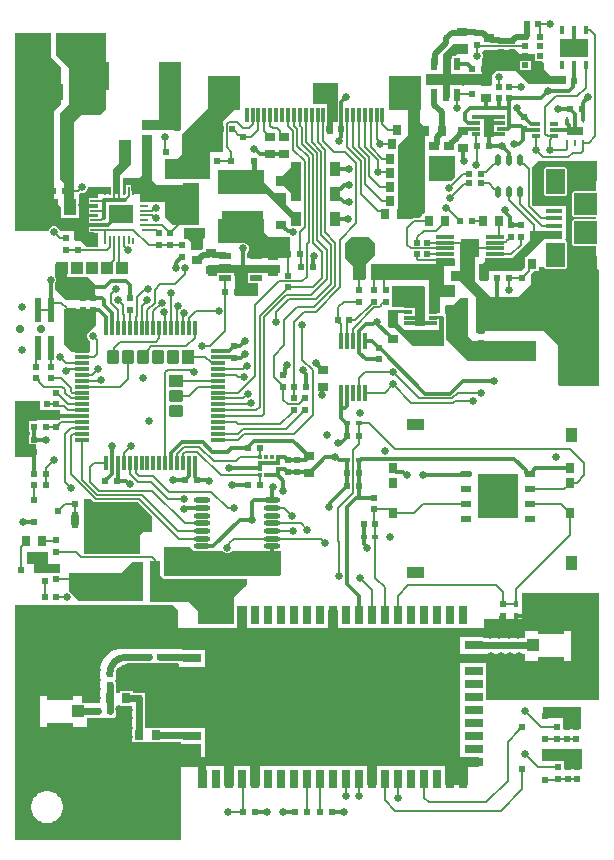
<source format=gbr>
%TF.GenerationSoftware,Altium Limited,Altium Designer,21.2.2 (38)*%
G04 Layer_Physical_Order=1*
G04 Layer_Color=255*
%FSLAX45Y45*%
%MOMM*%
%TF.SameCoordinates,EE3A7C27-349B-46B6-A90B-2B7A9072729B*%
%TF.FilePolarity,Positive*%
%TF.FileFunction,Copper,L1,Top,Signal*%
%TF.Part,Single*%
G01*
G75*
%TA.AperFunction,Conductor*%
%ADD10C,0.60000*%
%TA.AperFunction,SMDPad,CuDef*%
%ADD11R,0.90000X0.80000*%
%ADD12R,0.80000X0.90000*%
%ADD13O,0.50000X1.00000*%
%ADD14R,0.30000X1.45000*%
%ADD15R,0.60000X0.50000*%
%ADD16R,1.10000X1.40000*%
%ADD17R,0.37500X0.35000*%
%ADD18R,0.35000X0.37500*%
%ADD19R,0.50000X0.60000*%
%ADD20O,0.60000X1.45000*%
%ADD21R,0.50000X0.30000*%
%ADD22R,0.70000X0.30000*%
%ADD23R,0.95000X1.95000*%
%ADD24R,3.50000X1.00000*%
%ADD25R,3.40000X1.50000*%
%TA.AperFunction,ConnectorPad*%
%ADD26R,1.35000X0.40000*%
%ADD27R,1.90000X1.80000*%
%TA.AperFunction,SMDPad,CuDef*%
G04:AMPARAMS|DCode=28|XSize=0.5mm|YSize=0.25mm|CornerRadius=0.0625mm|HoleSize=0mm|Usage=FLASHONLY|Rotation=90.000|XOffset=0mm|YOffset=0mm|HoleType=Round|Shape=RoundedRectangle|*
%AMROUNDEDRECTD28*
21,1,0.50000,0.12500,0,0,90.0*
21,1,0.37500,0.25000,0,0,90.0*
1,1,0.12500,0.06250,0.18750*
1,1,0.12500,0.06250,-0.18750*
1,1,0.12500,-0.06250,-0.18750*
1,1,0.12500,-0.06250,0.18750*
%
%ADD28ROUNDEDRECTD28*%
%ADD29R,0.25000X0.50000*%
%ADD30R,1.35000X0.65000*%
%ADD31R,0.67000X0.30000*%
%ADD32R,0.40000X0.80000*%
%ADD33R,2.40000X1.50000*%
G04:AMPARAMS|DCode=34|XSize=0.5mm|YSize=0.6mm|CornerRadius=0mm|HoleSize=0mm|Usage=FLASHONLY|Rotation=270.000|XOffset=0mm|YOffset=0mm|HoleType=Round|Shape=Octagon|*
%AMOCTAGOND34*
4,1,8,0.30000,0.12500,0.30000,-0.12500,0.17500,-0.25000,-0.17500,-0.25000,-0.30000,-0.12500,-0.30000,0.12500,-0.17500,0.25000,0.17500,0.25000,0.30000,0.12500,0.0*
%
%ADD34OCTAGOND34*%

%ADD35R,0.60000X1.10000*%
%ADD36R,2.70000X3.00000*%
%ADD37R,0.30000X1.20000*%
%ADD38R,1.40000X1.10000*%
%ADD39R,4.00000X2.00000*%
%ADD40R,1.10000X0.60000*%
%ADD41R,0.55000X2.00000*%
%ADD42R,1.00000X2.00000*%
%ADD43R,1.80000X2.40000*%
%TA.AperFunction,BGAPad,CuDef*%
%ADD44R,1.10000X1.10000*%
%TA.AperFunction,SMDPad,CuDef*%
%ADD45R,0.80000X1.50000*%
%ADD46R,1.50000X0.80000*%
%ADD47R,0.30000X1.20000*%
%ADD48R,1.20000X0.30000*%
%ADD49R,0.30000X0.50000*%
%ADD50R,0.90000X1.20000*%
%ADD51R,0.50000X0.20000*%
%ADD52R,0.65000X0.20000*%
%ADD53R,0.20000X0.50000*%
%ADD54R,0.20000X0.65000*%
%ADD55R,2.00000X1.50000*%
%ADD56R,0.25000X0.36000*%
%ADD57R,1.60000X0.30000*%
%ADD58R,1.60000X1.60000*%
%ADD59R,0.80000X0.90000*%
%ADD60R,2.20000X1.05000*%
%ADD61R,1.05000X1.00000*%
%ADD62O,1.40000X0.45000*%
G04:AMPARAMS|DCode=63|XSize=0.96mm|YSize=0.5mm|CornerRadius=0.125mm|HoleSize=0mm|Usage=FLASHONLY|Rotation=0.000|XOffset=0mm|YOffset=0mm|HoleType=Round|Shape=RoundedRectangle|*
%AMROUNDEDRECTD63*
21,1,0.96000,0.25000,0,0,0.0*
21,1,0.71000,0.50000,0,0,0.0*
1,1,0.25000,0.35500,-0.12500*
1,1,0.25000,-0.35500,-0.12500*
1,1,0.25000,-0.35500,0.12500*
1,1,0.25000,0.35500,0.12500*
%
%ADD63ROUNDEDRECTD63*%
%ADD64R,0.96000X0.50000*%
%ADD65R,3.40000X3.80000*%
%TA.AperFunction,Conductor*%
%ADD66C,0.30000*%
%ADD67C,0.20000*%
%ADD68C,0.50000*%
%ADD69C,0.40000*%
%TA.AperFunction,ComponentPad*%
%ADD70C,0.70000*%
G04:AMPARAMS|DCode=71|XSize=1.2mm|YSize=1.1mm|CornerRadius=0.275mm|HoleSize=0mm|Usage=FLASHONLY|Rotation=0.000|XOffset=0mm|YOffset=0mm|HoleType=Round|Shape=RoundedRectangle|*
%AMROUNDEDRECTD71*
21,1,1.20000,0.55000,0,0,0.0*
21,1,0.65000,1.10000,0,0,0.0*
1,1,0.55000,0.32500,-0.27500*
1,1,0.55000,-0.32500,-0.27500*
1,1,0.55000,-0.32500,0.27500*
1,1,0.55000,0.32500,0.27500*
%
%ADD71ROUNDEDRECTD71*%
%ADD72R,1.20000X1.10000*%
G04:AMPARAMS|DCode=73|XSize=1.2mm|YSize=1.1mm|CornerRadius=0.275mm|HoleSize=0mm|Usage=FLASHONLY|Rotation=270.000|XOffset=0mm|YOffset=0mm|HoleType=Round|Shape=RoundedRectangle|*
%AMROUNDEDRECTD73*
21,1,1.20000,0.55000,0,0,270.0*
21,1,0.65000,1.10000,0,0,270.0*
1,1,0.55000,-0.27500,-0.32500*
1,1,0.55000,-0.27500,0.32500*
1,1,0.55000,0.27500,0.32500*
1,1,0.55000,0.27500,-0.32500*
%
%ADD73ROUNDEDRECTD73*%
%ADD74R,1.10000X1.20000*%
%ADD75C,1.50000*%
%ADD76R,1.50000X1.50000*%
G04:AMPARAMS|DCode=77|XSize=1.1mm|YSize=1.1mm|CornerRadius=0.275mm|HoleSize=0mm|Usage=FLASHONLY|Rotation=90.000|XOffset=0mm|YOffset=0mm|HoleType=Round|Shape=RoundedRectangle|*
%AMROUNDEDRECTD77*
21,1,1.10000,0.55000,0,0,90.0*
21,1,0.55000,1.10000,0,0,90.0*
1,1,0.55000,0.27500,0.27500*
1,1,0.55000,0.27500,-0.27500*
1,1,0.55000,-0.27500,-0.27500*
1,1,0.55000,-0.27500,0.27500*
%
%ADD77ROUNDEDRECTD77*%
%ADD78R,1.10000X1.10000*%
%ADD79R,1.50000X1.50000*%
%TA.AperFunction,ViaPad*%
%ADD80C,0.65000*%
G36*
X3860000Y6680000D02*
X3770000D01*
X3750000Y6660000D01*
X3725000D01*
Y6635000D01*
X3720000Y6630000D01*
Y6510000D01*
X3860000D01*
Y6505000D01*
X3940000D01*
Y6510000D01*
X3980000D01*
Y6632824D01*
X3980269Y6633093D01*
X3987500Y6650552D01*
Y6669448D01*
X3980269Y6686907D01*
X3980000Y6687175D01*
Y6690000D01*
X4000000Y6710000D01*
X4270000D01*
X4300000Y6680000D01*
X4430000D01*
X4432600Y6677400D01*
Y6620000D01*
X4490000D01*
X4510000Y6600000D01*
Y6550000D01*
X4570000Y6490000D01*
X4690000D01*
Y6420000D01*
X4380001Y6420001D01*
X4270000Y6530000D01*
X4100000D01*
X4070000Y6500000D01*
Y6410000D01*
X3710000D01*
Y6300000D01*
X3650000D01*
Y6410000D01*
X3510000D01*
Y6510000D01*
X3650000D01*
Y6670000D01*
X3740000Y6760000D01*
X3860000D01*
Y6680000D01*
D02*
G37*
G36*
X1430000Y6030000D02*
X1100000D01*
Y6120000D01*
X1250000D01*
Y6610000D01*
X1430000D01*
Y6030000D01*
D02*
G37*
G36*
X2760000Y6272957D02*
X2759412Y6270000D01*
X2759412Y6269999D01*
Y6160000D01*
Y6115001D01*
X2759412Y6115000D01*
X2759412Y6114997D01*
Y6100000D01*
X2720000D01*
Y6000000D01*
X2670000D01*
Y6250000D01*
X2550000D01*
Y6430000D01*
X2760000D01*
Y6272957D01*
D02*
G37*
G36*
X1930000Y6230000D02*
X1910000D01*
X1790000Y6110000D01*
Y5850000D01*
X1680000D01*
Y5630000D01*
X1670000Y5620000D01*
X1300000D01*
Y5790000D01*
X1400000D01*
X1440000Y5830000D01*
Y6000000D01*
X1670000Y6230000D01*
Y6460000D01*
X1930000D01*
Y6230000D01*
D02*
G37*
G36*
X3750000Y5626048D02*
X3723952Y5600000D01*
X3530000D01*
Y5810000D01*
X3750000D01*
Y5626048D01*
D02*
G37*
G36*
X1010000Y5740000D02*
X919753Y5649753D01*
Y5487657D01*
X860890D01*
X860000Y5488547D01*
Y5700000D01*
X910000Y5750000D01*
Y5950000D01*
X1010000D01*
Y5740000D01*
D02*
G37*
G36*
X2450000Y5460000D02*
X2370000D01*
Y5490000D01*
X2300000Y5560000D01*
X2240000D01*
Y5640000D01*
X2290000D01*
X2370000Y5720000D01*
X2450000D01*
Y5460000D01*
D02*
G37*
G36*
X800000Y6210000D02*
X750000Y6160000D01*
X590000D01*
X530000Y6100000D01*
Y5320000D01*
X480000D01*
Y5390000D01*
X440000Y5430000D01*
Y5580000D01*
X410000Y5610000D01*
Y6170000D01*
X490000Y6250000D01*
Y6560000D01*
X380000Y6670000D01*
Y6850000D01*
X800000D01*
Y6210000D01*
D02*
G37*
G36*
X4955000Y5310000D02*
X4765000D01*
Y5500000D01*
X4955000D01*
Y5310000D01*
D02*
G37*
G36*
X3460000Y6100000D02*
X3500000Y6060000D01*
X3500001Y5340001D01*
X3480000Y5320000D01*
X3475000D01*
Y5315001D01*
X3445490Y5285490D01*
X3410001D01*
X3400246Y5283550D01*
X3394934Y5280000D01*
X3270000D01*
Y5850000D01*
X3275000D01*
Y5905000D01*
X3360000Y5990000D01*
Y6250000D01*
X3240000D01*
X3230000Y6260000D01*
Y6430000D01*
X3460000D01*
Y6100000D01*
D02*
G37*
G36*
X2140000Y5590000D02*
X2230000Y5500000D01*
X2320000D01*
Y5410000D01*
X2390000Y5340000D01*
X2450000D01*
Y5230000D01*
X2370000D01*
Y5280000D01*
X2160000Y5490000D01*
X1850000D01*
X1800000Y5540000D01*
Y5690000D01*
X2140000D01*
Y5590000D01*
D02*
G37*
G36*
X1190000Y5610000D02*
X1230000Y5570000D01*
X1590000D01*
Y5230000D01*
X1370000D01*
X1300000Y5300000D01*
Y5420000D01*
X1090000D01*
Y5490000D01*
X1015489D01*
Y5520001D01*
X1015000Y5522462D01*
Y5567501D01*
X965000D01*
Y5522462D01*
X964510Y5520001D01*
Y5490000D01*
X940000D01*
Y5630000D01*
X1080000D01*
X1100000Y5650000D01*
Y5990000D01*
X1190000D01*
Y5610000D01*
D02*
G37*
G36*
X4955000Y5070000D02*
X4765000D01*
Y5260000D01*
X4955000D01*
Y5070000D01*
D02*
G37*
G36*
X330000Y6650000D02*
X420000Y6560000D01*
Y6250000D01*
X360000Y6190000D01*
Y5430000D01*
X370000D01*
X420000Y5380000D01*
Y5290000D01*
X560000D01*
X570000Y5300000D01*
Y5489130D01*
X573039Y5489735D01*
X581308Y5495260D01*
X589135Y5503087D01*
X590552Y5502500D01*
X609448D01*
X626907Y5509731D01*
X640269Y5523093D01*
X647500Y5540552D01*
Y5550000D01*
X840000D01*
Y5490000D01*
X730000D01*
Y5455490D01*
X700000D01*
X697538Y5455001D01*
X652500D01*
Y5405001D01*
X697538D01*
X700000Y5404511D01*
X730000D01*
Y5375490D01*
X700000D01*
X697538Y5375000D01*
X652500D01*
Y5325001D01*
X697538D01*
X700000Y5324511D01*
X730000D01*
Y5295490D01*
X700000D01*
X697538Y5295001D01*
X652500D01*
Y5245001D01*
X697538D01*
X700000Y5244511D01*
X730000D01*
Y5215490D01*
X700000D01*
X697538Y5215000D01*
X652500D01*
Y5165001D01*
X697538D01*
X700000Y5164511D01*
X730000D01*
Y5045490D01*
X634510D01*
X580000Y5100000D01*
X530000D01*
Y5180000D01*
X407271D01*
X400269Y5196907D01*
X386907Y5210269D01*
X369448Y5217500D01*
X350552D01*
X333093Y5210269D01*
X319731Y5196907D01*
X312729Y5180000D01*
X25488D01*
Y6850000D01*
X330000D01*
Y6650000D01*
D02*
G37*
G36*
X1640000Y5130000D02*
X1620000Y5110000D01*
Y5030000D01*
X1610000Y5020000D01*
X1520000D01*
Y5080000D01*
X1490000Y5110000D01*
X1460000D01*
Y5200000D01*
X1640000D01*
Y5130000D01*
D02*
G37*
G36*
X2130000Y5280000D02*
X2140000D01*
Y5170000D01*
X2180000Y5130000D01*
X2352825D01*
X2353093Y5129731D01*
X2360000Y5126871D01*
Y4950000D01*
X1990588D01*
Y4993412D01*
X2000269Y5003093D01*
X2007500Y5020552D01*
Y5039448D01*
X2000269Y5056907D01*
X1986907Y5070269D01*
X1969448Y5077500D01*
X1950552D01*
X1944858Y5075142D01*
X1920000Y5100000D01*
X1780000D01*
Y5350000D01*
X2130000D01*
Y5280000D01*
D02*
G37*
G36*
X4660000Y5110000D02*
X4510000D01*
X4360000Y4960000D01*
X4350000D01*
Y4870000D01*
X4320000Y4840000D01*
X4040000D01*
Y4760000D01*
X3960000D01*
Y4900000D01*
X3990000D01*
X4010000Y4920000D01*
Y4950000D01*
X4239999Y4949999D01*
X4390000Y5100000D01*
Y5180000D01*
X4660000D01*
Y5110000D01*
D02*
G37*
G36*
X4685000Y4870000D02*
X4525000D01*
Y5080000D01*
X4685000D01*
Y4870000D01*
D02*
G37*
G36*
X4950000Y5770000D02*
Y5516236D01*
X4765000D01*
X4753519Y5511481D01*
X4748764Y5500000D01*
Y5310000D01*
X4753519Y5298520D01*
X4765000Y5293764D01*
X4950000D01*
Y5276236D01*
X4765000D01*
X4753519Y5271481D01*
X4748764Y5260000D01*
Y5070000D01*
X4753519Y5058519D01*
X4765000Y5053764D01*
X4950000D01*
Y4870000D01*
X4974512Y4845488D01*
Y3870000D01*
X4630000D01*
Y4210000D01*
X4510000Y4330000D01*
X4440000D01*
X4010000Y4329999D01*
X4010000Y4318980D01*
X4001020Y4310000D01*
X3930000D01*
Y4620000D01*
X3930000D01*
X3800000Y4750000D01*
X3720000D01*
Y4840000D01*
X3800000D01*
Y5080000D01*
X3920000D01*
Y4750000D01*
X4050000Y4620000D01*
X4290000D01*
X4400000Y4730000D01*
Y4810000D01*
X4430000Y4840000D01*
X4465000D01*
Y4870000D01*
X4508764D01*
X4513519Y4858520D01*
X4525000Y4853764D01*
X4685000D01*
X4696481Y4858520D01*
X4701236Y4870000D01*
D01*
Y5080000D01*
X4696481Y5091481D01*
X4691503Y5093542D01*
X4687969Y5107969D01*
X4690000Y5110000D01*
Y5390000D01*
X4416048D01*
X4405490Y5400558D01*
Y5700000D01*
X4403549Y5709754D01*
X4402029Y5712029D01*
X4460001Y5770001D01*
X4950000Y5770000D01*
D02*
G37*
G36*
X2270000Y4890000D02*
Y4820000D01*
X2139999D01*
Y4825001D01*
X1999999D01*
Y4735001D01*
X2090000D01*
Y4630000D01*
X1890000D01*
Y4800000D01*
X1879999D01*
Y4825001D01*
X1739999D01*
Y4800000D01*
X1660000D01*
Y4890000D01*
X2270000Y4890000D01*
D02*
G37*
G36*
X3075000Y5075000D02*
Y4975000D01*
X3000000Y4900000D01*
Y4775000D01*
X2900000D01*
Y4875000D01*
X2825000Y4950000D01*
Y5075000D01*
X2875000Y5125000D01*
X3025000D01*
X3075000Y5075000D01*
D02*
G37*
G36*
X470000Y4790000D02*
X650000D01*
X710000Y4730000D01*
Y4590000D01*
X460000D01*
X370000Y4680000D01*
Y4732824D01*
X370269Y4733093D01*
X377500Y4750552D01*
Y4769448D01*
X370269Y4786907D01*
X370000Y4787175D01*
Y4900000D01*
X470000D01*
Y4790000D01*
D02*
G37*
G36*
X3750000Y4880000D02*
X3660000D01*
Y4720000D01*
X3750000D01*
Y4620000D01*
X3630000D01*
Y4480000D01*
X3530000D01*
Y4760000D01*
X3040000D01*
Y4900000D01*
X3590000D01*
Y4940000D01*
X3750000D01*
Y4880000D01*
D02*
G37*
G36*
X3500000Y4700000D02*
Y4430000D01*
X3420000D01*
Y4530000D01*
X3220000D01*
Y4710000D01*
X3490000D01*
X3500000Y4700000D01*
D02*
G37*
G36*
X3390000Y4480000D02*
X3270000D01*
Y4400000D01*
X3304999Y4365000D01*
Y4365000D01*
X3305000D01*
X3330000Y4340000D01*
X3620000D01*
Y4430000D01*
X3530000D01*
Y4460000D01*
X3639371D01*
X3650000Y4455000D01*
X3650000Y4455000D01*
X3660000Y4443326D01*
X3660000Y4199999D01*
X3400001Y4200000D01*
X3290000Y4310001D01*
Y4315000D01*
X3285001D01*
X3240000Y4360000D01*
X3198980Y4360000D01*
X3190000Y4368980D01*
Y4510000D01*
X3390000D01*
Y4480000D01*
D02*
G37*
G36*
X714320Y4506931D02*
Y4384320D01*
X660000Y4330000D01*
Y4324675D01*
X649731Y4314407D01*
X642500Y4296948D01*
Y4278052D01*
X649731Y4260593D01*
X660000Y4250324D01*
Y4150000D01*
X510000D01*
X440000Y4220000D01*
Y4520000D01*
X701250D01*
X714320Y4506931D01*
D02*
G37*
G36*
X3860000Y4290000D02*
X3900000Y4250000D01*
X4440000D01*
Y4080000D01*
X3860000D01*
X3680000Y4260000D01*
Y4550000D01*
X3740000D01*
X3800000Y4610000D01*
X3860000D01*
Y4290000D01*
D02*
G37*
G36*
X3489000Y3488500D02*
X3349000D01*
Y3583500D01*
X3489000D01*
Y3488500D01*
D02*
G37*
G36*
X4786000Y3392500D02*
X4691000D01*
Y3512500D01*
X4786000D01*
Y3392500D01*
D02*
G37*
G36*
X240000Y3660000D02*
X410000D01*
Y3583386D01*
X404933Y3580000D01*
X220000D01*
X210000Y3570000D01*
Y3565000D01*
X150000D01*
Y3475000D01*
X159412D01*
Y3450000D01*
X145000D01*
Y3370000D01*
X210000D01*
Y3260000D01*
X25488D01*
Y3740000D01*
X240000D01*
Y3660000D01*
D02*
G37*
G36*
X692985Y2891976D02*
X701254Y2886451D01*
X711008Y2884510D01*
X1069442D01*
X1190000Y2763953D01*
Y2630000D01*
X1120000D01*
X1090000Y2600000D01*
Y2442990D01*
X610000D01*
Y2630000D01*
Y2730000D01*
Y2910000D01*
X674961D01*
X692985Y2891976D01*
D02*
G37*
G36*
X4786000Y2307500D02*
X4691000D01*
Y2427500D01*
X4786000D01*
Y2307500D01*
D02*
G37*
G36*
X310000Y2360000D02*
X410000D01*
Y2280000D01*
X190000D01*
Y2360000D01*
X130000D01*
Y2460000D01*
X310000D01*
Y2360000D01*
D02*
G37*
G36*
X1540000Y2470000D02*
X1563808D01*
X1567500Y2469266D01*
X1662500D01*
X1666192Y2470000D01*
X1787825D01*
X1800593Y2457231D01*
X1818052Y2450000D01*
X1836948D01*
X1854407Y2457231D01*
X1867175Y2470000D01*
X2280000D01*
Y2270000D01*
X2270000Y2260000D01*
X1290000D01*
Y2500000D01*
X1510000D01*
X1540000Y2470000D01*
D02*
G37*
G36*
X3489000Y2236500D02*
X3349000D01*
Y2331500D01*
X3489000D01*
Y2236500D01*
D02*
G37*
G36*
X1112500Y2047500D02*
X570000D01*
X487500Y2130000D01*
Y2280000D01*
X927500D01*
X1022500Y2375000D01*
X1112500D01*
Y2047500D01*
D02*
G37*
G36*
X1260000Y2260000D02*
X1290000Y2230000D01*
X1990000D01*
Y2190000D01*
X1880000Y2080000D01*
Y1850000D01*
X1580000D01*
Y1960000D01*
X1500000Y2040000D01*
X1170000D01*
Y2380000D01*
X1260000D01*
Y2260000D01*
D02*
G37*
G36*
X4974512Y1210000D02*
X4020000D01*
Y1520000D01*
X3800000D01*
Y720000D01*
X3960000D01*
Y640000D01*
X3860000D01*
Y490000D01*
X3670000D01*
Y650000D01*
X3090000D01*
Y490000D01*
X3010000D01*
Y650000D01*
X2100000D01*
Y480000D01*
X2020000D01*
Y650000D01*
X1880000D01*
Y480000D01*
X1804142D01*
X1800000Y490000D01*
Y650000D01*
X1650000D01*
Y460000D01*
X1580000D01*
Y640000D01*
X1430000D01*
Y25488D01*
X25488D01*
Y2010000D01*
X1370000D01*
X1410000Y1970000D01*
Y1820000D01*
X1910000D01*
Y2000000D01*
X1990000D01*
Y1820000D01*
X2680000D01*
Y1970000D01*
X2760000D01*
Y1820000D01*
X4000000D01*
Y1890000D01*
X4320000D01*
Y2110000D01*
X4974512D01*
Y1210000D01*
D02*
G37*
G36*
X4820000Y960000D02*
X4670000D01*
Y1050000D01*
X4500000D01*
Y1150000D01*
X4820000D01*
Y960000D01*
D02*
G37*
G36*
X4830000Y620000D02*
X4680000D01*
Y690000D01*
X4490000D01*
Y790000D01*
X4830000D01*
Y620000D01*
D02*
G37*
%LPC*%
G36*
X4395000Y6620000D02*
X4305000D01*
Y6540000D01*
X4395000D01*
Y6620000D01*
D02*
G37*
G36*
X4685000Y5716236D02*
X4525000D01*
X4513519Y5711481D01*
X4508764Y5700000D01*
Y5490000D01*
X4513519Y5478520D01*
X4525000Y5473764D01*
X4685000D01*
X4696481Y5478520D01*
X4701236Y5490000D01*
Y5700000D01*
X4696481Y5711481D01*
X4685000Y5716236D01*
D02*
G37*
%LPD*%
G36*
Y5490000D02*
X4525000D01*
Y5700000D01*
X4685000D01*
Y5490000D01*
D02*
G37*
%LPC*%
G36*
X4740000Y1790000D02*
X4350000D01*
Y1730000D01*
X4000000D01*
X3990000Y1740000D01*
X3990000Y1740000D01*
X3880000D01*
Y1740000D01*
X3800000D01*
Y1600000D01*
X4350000D01*
Y1540000D01*
X4740000D01*
Y1790000D01*
D02*
G37*
G36*
X1440000Y1640000D02*
X930000D01*
X912357Y1639133D01*
X877749Y1632249D01*
X845148Y1618746D01*
X815809Y1599142D01*
X790858Y1574191D01*
X771254Y1544851D01*
X757751Y1512251D01*
X750867Y1477643D01*
X750000Y1460000D01*
Y1180000D01*
X600000D01*
Y1240000D01*
X240000D01*
Y980000D01*
X640000D01*
Y1050000D01*
X880000D01*
Y1160000D01*
X1020000D01*
Y850000D01*
X1430000D01*
Y830000D01*
X1600000D01*
Y720000D01*
X1640000D01*
Y970000D01*
X1130000D01*
Y1270000D01*
X1025000D01*
Y1280000D01*
X915000D01*
Y1270000D01*
X885000D01*
Y1280000D01*
X880000D01*
Y1411819D01*
X884611Y1435002D01*
X893657Y1456841D01*
X906790Y1476495D01*
X923504Y1493210D01*
X943159Y1506342D01*
X964997Y1515388D01*
X988181Y1520000D01*
X1000000D01*
X1411020Y1520001D01*
X1420000Y1511020D01*
X1420000Y1490000D01*
X1640000D01*
Y1630000D01*
X1440000D01*
Y1640000D01*
D02*
G37*
G36*
X310834Y435490D02*
X289166D01*
X286704Y435000D01*
X284193D01*
X262941Y430773D01*
X260622Y429812D01*
X258160Y429322D01*
X238140Y421030D01*
X236054Y419635D01*
X233734Y418675D01*
X215718Y406636D01*
X213943Y404861D01*
X211855Y403466D01*
X196533Y388145D01*
X195138Y386057D01*
X193363Y384282D01*
X181325Y366266D01*
X180365Y363947D01*
X178970Y361859D01*
X170678Y341840D01*
X170188Y339378D01*
X169227Y337058D01*
X165000Y315806D01*
Y313296D01*
X164510Y310834D01*
Y300000D01*
Y289166D01*
X165000Y286704D01*
Y284193D01*
X169227Y262941D01*
X170188Y260622D01*
X170678Y258160D01*
X178970Y238140D01*
X180364Y236054D01*
X181325Y233734D01*
X193363Y215718D01*
X195138Y213943D01*
X196533Y211855D01*
X211855Y196533D01*
X213943Y195138D01*
X215718Y193363D01*
X233734Y181325D01*
X236053Y180365D01*
X238140Y178970D01*
X258159Y170678D01*
X260622Y170188D01*
X262941Y169227D01*
X284193Y165000D01*
X286704D01*
X289166Y164510D01*
X310834D01*
X313296Y165000D01*
X315806D01*
X337058Y169227D01*
X339378Y170188D01*
X341840Y170678D01*
X361859Y178970D01*
X363946Y180364D01*
X366266Y181325D01*
X384282Y193363D01*
X386057Y195138D01*
X388145Y196533D01*
X403466Y211855D01*
X404861Y213943D01*
X406636Y215718D01*
X418674Y233734D01*
X419635Y236053D01*
X421030Y238140D01*
X429322Y258159D01*
X429812Y260622D01*
X430773Y262941D01*
X435000Y284193D01*
Y286704D01*
X435490Y289166D01*
Y300000D01*
Y310834D01*
X435000Y313296D01*
Y315807D01*
X430773Y337059D01*
X429812Y339378D01*
X429322Y341840D01*
X421030Y361859D01*
X419635Y363946D01*
X418675Y366266D01*
X406636Y384282D01*
X404861Y386057D01*
X403466Y388145D01*
X388145Y403466D01*
X386057Y404861D01*
X384282Y406636D01*
X366266Y418674D01*
X363947Y419635D01*
X361859Y421030D01*
X341840Y429322D01*
X339378Y429812D01*
X337059Y430773D01*
X315807Y435000D01*
X313296D01*
X310834Y435490D01*
D02*
G37*
%LPD*%
D10*
X970000Y1570000D02*
G03*
X830000Y1430000I0J-140000D01*
G01*
X3915000Y1670000D02*
X3915000Y1670000D01*
X4417500D01*
X1479999Y910000D02*
X1490000Y899999D01*
X1220000Y910000D02*
X1479999D01*
X1490000Y899999D02*
X1525000D01*
X1080000Y910000D02*
Y1110000D01*
Y910000D02*
X1080000Y910000D01*
X1080000Y1110000D02*
Y1220000D01*
X970000Y1220000D02*
X1080000D01*
X1080000Y1220000D01*
X1515000Y1570000D02*
X1525000Y1560000D01*
X1260000Y1570000D02*
X1515000D01*
X970000D02*
X1080000D01*
X1160000D01*
X830000Y1330000D02*
X830000Y1330000D01*
Y1220000D02*
Y1330000D01*
X830000Y1110000D02*
Y1220000D01*
X830000Y1220000D01*
X730000Y1110000D02*
X730000Y1110000D01*
X562500Y1110000D02*
X730000D01*
D11*
X1570000Y4930000D02*
D03*
Y5070000D02*
D03*
X3580000Y5900000D02*
D03*
Y5760000D02*
D03*
X3700000Y5900000D02*
D03*
Y5760000D02*
D03*
X2640000Y3860000D02*
D03*
Y4000000D02*
D03*
X2520000Y3130000D02*
D03*
Y3270000D02*
D03*
X3230000Y4260000D02*
D03*
Y4400000D02*
D03*
X3710000Y4650000D02*
D03*
Y4510000D02*
D03*
X3820000Y5880000D02*
D03*
Y6020000D02*
D03*
X4040000Y6810000D02*
D03*
Y6670000D02*
D03*
X3810000Y6720000D02*
D03*
Y6860000D02*
D03*
X2209999Y4970001D02*
D03*
Y4830001D02*
D03*
X1690000Y4987500D02*
D03*
Y4847500D02*
D03*
X500000Y4630000D02*
D03*
Y4490000D02*
D03*
X2190000Y5830002D02*
D03*
Y5970002D02*
D03*
X2310000Y5830002D02*
D03*
Y5970002D02*
D03*
X2280000Y5600000D02*
D03*
Y5460000D02*
D03*
Y5230000D02*
D03*
Y5090000D02*
D03*
X1620000Y2180000D02*
D03*
Y2320000D02*
D03*
X1507500Y2180000D02*
D03*
Y2320000D02*
D03*
X4020000Y6440000D02*
D03*
Y6300000D02*
D03*
D12*
X1212500Y2090000D02*
D03*
X1072500D02*
D03*
X1212500Y2330000D02*
D03*
X1072500D02*
D03*
X1212450Y2210062D02*
D03*
X1072450D02*
D03*
X4130000Y5260000D02*
D03*
X3990000D02*
D03*
X3860000Y4800000D02*
D03*
X4000000D02*
D03*
X3450000Y4650000D02*
D03*
X3590000D02*
D03*
X260000Y2550000D02*
D03*
X120000D02*
D03*
X3970000Y4450000D02*
D03*
X3830000D02*
D03*
X3970000Y4570000D02*
D03*
X3830000D02*
D03*
X4410000Y4900000D02*
D03*
X4270000D02*
D03*
X3760000Y4800000D02*
D03*
X3620000D02*
D03*
X3530000Y5260000D02*
D03*
X3670000D02*
D03*
X3500000Y6020000D02*
D03*
X3640000D02*
D03*
X3400000Y6030000D02*
D03*
X3260000D02*
D03*
X3360000Y5910000D02*
D03*
X3220000D02*
D03*
X3340000Y5790000D02*
D03*
X3200000D02*
D03*
X3340000Y5670000D02*
D03*
X3200000D02*
D03*
X3340000Y5550000D02*
D03*
X3200000D02*
D03*
X3340000Y5430000D02*
D03*
X3200000D02*
D03*
X3300000Y5320000D02*
D03*
X3160000D02*
D03*
X970000Y1220000D02*
D03*
X830000D02*
D03*
X1220000Y910000D02*
D03*
X1080000D02*
D03*
D13*
X4115000Y5505000D02*
D03*
X4210000D02*
D03*
X4305000D02*
D03*
X4115000Y5775000D02*
D03*
X4210000D02*
D03*
X4305000D02*
D03*
D14*
X2790000Y4250000D02*
D03*
X2840000D02*
D03*
X2890000D02*
D03*
X2940000D02*
D03*
X2990000D02*
D03*
Y3810000D02*
D03*
X2940000D02*
D03*
X2890000D02*
D03*
X2840000D02*
D03*
X2790000D02*
D03*
D15*
X330000Y4030000D02*
D03*
Y3930000D02*
D03*
X4310000Y5130000D02*
D03*
Y5230000D02*
D03*
X4230000Y5130000D02*
D03*
Y5230000D02*
D03*
X3170000Y4680000D02*
D03*
Y4580000D02*
D03*
X2940000Y4680000D02*
D03*
Y4580000D02*
D03*
X3070000Y4680000D02*
D03*
Y4580000D02*
D03*
X2340000Y3240000D02*
D03*
Y3140000D02*
D03*
X2420000Y3240000D02*
D03*
Y3140000D02*
D03*
X210000Y4030000D02*
D03*
Y3930000D02*
D03*
X380000Y3810000D02*
D03*
Y3710000D02*
D03*
X190000Y2900000D02*
D03*
Y2710000D02*
D03*
X390000Y2805000D02*
D03*
X380000Y2560000D02*
D03*
Y2460000D02*
D03*
X280000Y2215000D02*
D03*
Y2405000D02*
D03*
X80000Y2310000D02*
D03*
X380000Y2330000D02*
D03*
Y2230000D02*
D03*
X4630000Y540000D02*
D03*
Y640000D02*
D03*
X4710000Y540000D02*
D03*
Y640000D02*
D03*
X4320000Y625000D02*
D03*
X4520000Y720000D02*
D03*
Y530000D02*
D03*
Y880000D02*
D03*
Y1070000D02*
D03*
X4320000Y975000D02*
D03*
X4620000Y980000D02*
D03*
Y880000D02*
D03*
X4700001Y980000D02*
D03*
Y880000D02*
D03*
X4790000Y540000D02*
D03*
Y640000D02*
D03*
X4780000Y980000D02*
D03*
Y880000D02*
D03*
X4160000Y2020000D02*
D03*
Y1920000D02*
D03*
X3070000Y2920000D02*
D03*
Y2820000D02*
D03*
X3110000Y4190000D02*
D03*
Y4090000D02*
D03*
X3970000Y4230000D02*
D03*
Y4330000D02*
D03*
X3520000Y4980000D02*
D03*
Y5080000D02*
D03*
X3430000D02*
D03*
Y4980000D02*
D03*
X4340000Y6040000D02*
D03*
Y6140000D02*
D03*
X4210000Y6300000D02*
D03*
Y6400000D02*
D03*
X3900000Y6440000D02*
D03*
Y6340000D02*
D03*
X4350000Y6740000D02*
D03*
Y6660000D02*
D03*
Y6580000D02*
D03*
X4477600D02*
D03*
Y6660000D02*
D03*
Y6740000D02*
D03*
Y6820000D02*
D03*
X4240000Y6690000D02*
D03*
Y6790000D02*
D03*
X4140000Y6690000D02*
D03*
Y6790000D02*
D03*
X3940000Y6750000D02*
D03*
Y6850000D02*
D03*
X1380000Y5640000D02*
D03*
Y5540000D02*
D03*
X1000000Y4610000D02*
D03*
Y4510000D02*
D03*
X685000D02*
D03*
Y4610000D02*
D03*
X605000Y4510000D02*
D03*
Y4610000D02*
D03*
X560000Y5120000D02*
D03*
Y5020001D02*
D03*
X460000Y5120000D02*
D03*
Y5020001D02*
D03*
X4130000Y6300000D02*
D03*
Y6400000D02*
D03*
X1440000Y4960001D02*
D03*
Y5060001D02*
D03*
X1250000Y5160001D02*
D03*
Y5060001D02*
D03*
X1340000Y5160001D02*
D03*
Y5060001D02*
D03*
X2340000Y4800000D02*
D03*
Y4700000D02*
D03*
X2480000Y3760000D02*
D03*
Y3660000D02*
D03*
X2300000Y3860000D02*
D03*
Y3960000D02*
D03*
X2390000Y3760000D02*
D03*
Y3660000D02*
D03*
X1740000Y5770002D02*
D03*
Y5870002D02*
D03*
X830000Y1430000D02*
D03*
Y1330000D02*
D03*
X1720000Y2290000D02*
D03*
Y2190000D02*
D03*
X1960000Y2290000D02*
D03*
Y2190000D02*
D03*
X1080000Y1470000D02*
D03*
Y1570000D02*
D03*
X1800000Y2190000D02*
D03*
Y2290000D02*
D03*
X1880000D02*
D03*
Y2190000D02*
D03*
X380000Y3520000D02*
D03*
Y3620000D02*
D03*
X190000Y3410000D02*
D03*
Y3310000D02*
D03*
X1880000Y4100000D02*
D03*
Y4200000D02*
D03*
D16*
X2945000Y4830000D02*
D03*
X3095000D02*
D03*
X345000Y5380000D02*
D03*
X495000D02*
D03*
X385000Y6355000D02*
D03*
X535000D02*
D03*
D17*
X2100000Y3260000D02*
D03*
Y3110000D02*
D03*
X2252500D02*
D03*
Y3260000D02*
D03*
X2100000Y3160000D02*
D03*
Y3210000D02*
D03*
X2252500Y3160000D02*
D03*
Y3210000D02*
D03*
D18*
X2151250Y3261250D02*
D03*
X2201250D02*
D03*
X2151250Y3108750D02*
D03*
X2201250D02*
D03*
D19*
X300000Y3710000D02*
D03*
X200000D02*
D03*
X1570000Y3070000D02*
D03*
X1470000D02*
D03*
X890000Y3060000D02*
D03*
X790000D02*
D03*
X640000Y2870000D02*
D03*
X540000D02*
D03*
X190000Y3120000D02*
D03*
X290000D02*
D03*
Y3030000D02*
D03*
X190000D02*
D03*
X380000Y2080000D02*
D03*
X280000D02*
D03*
X2940000Y3019999D02*
D03*
X2840000D02*
D03*
X2840000Y3439999D02*
D03*
X2940000D02*
D03*
X4210000Y4780000D02*
D03*
X4110000D02*
D03*
X4320000D02*
D03*
X4420000D02*
D03*
X3800000Y5260000D02*
D03*
X3900000D02*
D03*
X3870000Y5580000D02*
D03*
X3970000D02*
D03*
X3870000Y5660000D02*
D03*
X3970000D02*
D03*
X4040000Y5900000D02*
D03*
X3940000D02*
D03*
X4660000Y6450000D02*
D03*
X4760000D02*
D03*
X4830000Y6210000D02*
D03*
X4730000D02*
D03*
X3900000Y6550000D02*
D03*
X4000000D02*
D03*
X4460000Y6930000D02*
D03*
X4360000D02*
D03*
X2690000Y6040000D02*
D03*
X2790000D02*
D03*
X1810000Y4660000D02*
D03*
X1910000D02*
D03*
X350000Y5520000D02*
D03*
X450000D02*
D03*
X1770000Y6040000D02*
D03*
X1870000D02*
D03*
X1955000Y5970002D02*
D03*
X2050000Y5770002D02*
D03*
X1860000D02*
D03*
X1400000Y6050000D02*
D03*
X1495000Y5850000D02*
D03*
X1305000D02*
D03*
X2450000Y4870000D02*
D03*
X2550000D02*
D03*
X2340000Y4980000D02*
D03*
X2440000D02*
D03*
X2390000Y3860000D02*
D03*
X2490000D02*
D03*
X2000000Y3030000D02*
D03*
X2100000D02*
D03*
X730000Y1110000D02*
D03*
X830000D02*
D03*
X2060000Y260000D02*
D03*
X1960000D02*
D03*
X2400000D02*
D03*
X2500000D02*
D03*
X2710000D02*
D03*
X2610000D02*
D03*
X1160000Y1570000D02*
D03*
X1260000D02*
D03*
X1180000Y1220000D02*
D03*
X1080000D02*
D03*
X2940000Y3129999D02*
D03*
X2840000D02*
D03*
X3080000Y2700000D02*
D03*
X2980000D02*
D03*
X289999Y3520000D02*
D03*
X190000D02*
D03*
X2860000Y4420000D02*
D03*
X2760000D02*
D03*
X2100000Y3340000D02*
D03*
X2000000D02*
D03*
D20*
X539500Y2187500D02*
D03*
X666500D02*
D03*
X793500D02*
D03*
X920500D02*
D03*
X539500Y2732500D02*
D03*
X666500D02*
D03*
X793500D02*
D03*
X920500D02*
D03*
D21*
X3080000Y2590000D02*
D03*
X2980000D02*
D03*
X2940000Y3239999D02*
D03*
X2840000D02*
D03*
X2840000Y3550000D02*
D03*
X2940000D02*
D03*
X1180000Y1110000D02*
D03*
X1080000D02*
D03*
D22*
X3564999Y4395000D02*
D03*
X3354999D02*
D03*
X3564999Y4545000D02*
D03*
Y4495000D02*
D03*
Y4445000D02*
D03*
X3354999Y4545000D02*
D03*
Y4445000D02*
D03*
Y4495000D02*
D03*
X3935000Y6145000D02*
D03*
X4145000D02*
D03*
X3935000Y5995000D02*
D03*
Y6045000D02*
D03*
Y6095000D02*
D03*
X4145000Y5995000D02*
D03*
Y6095000D02*
D03*
Y6045000D02*
D03*
D23*
X3459999Y4470000D02*
D03*
X4040000Y6070000D02*
D03*
D24*
X4230000Y4380000D02*
D03*
Y4180000D02*
D03*
D25*
X4805000Y4615000D02*
D03*
Y3945000D02*
D03*
D26*
X4592500Y5285000D02*
D03*
Y5350000D02*
D03*
Y5415000D02*
D03*
Y5220000D02*
D03*
Y5155000D02*
D03*
D27*
X4860000Y4885000D02*
D03*
Y5685000D02*
D03*
D28*
X4835000Y6115000D02*
D03*
D29*
X4770000D02*
D03*
X4705000D02*
D03*
Y5925000D02*
D03*
X4770000D02*
D03*
X4835000D02*
D03*
D30*
X4770000Y6020000D02*
D03*
D31*
X4590000Y5980000D02*
D03*
Y6030000D02*
D03*
Y6080000D02*
D03*
X4440000D02*
D03*
Y6030000D02*
D03*
Y5980000D02*
D03*
D32*
X4860000Y6880000D02*
D03*
X4760000D02*
D03*
X4660000D02*
D03*
X4860000Y6580000D02*
D03*
X4760000D02*
D03*
X4660000D02*
D03*
D33*
X4760000Y6730000D02*
D03*
D34*
X4350000Y6820000D02*
D03*
D35*
X3580000Y6330000D02*
D03*
X3675000D02*
D03*
X3770000D02*
D03*
Y6590000D02*
D03*
X3580000D02*
D03*
D36*
X1800000Y6350000D02*
D03*
X3330000D02*
D03*
D37*
X1990000Y6160000D02*
D03*
X2040000D02*
D03*
X2090000D02*
D03*
X2140000D02*
D03*
X2190000D02*
D03*
X2240000D02*
D03*
X2290000D02*
D03*
X2340000D02*
D03*
X2390000D02*
D03*
X2440000D02*
D03*
X2490000D02*
D03*
X2540000D02*
D03*
X2590000D02*
D03*
X2640000D02*
D03*
X2690000D02*
D03*
X2740000D02*
D03*
X2790000D02*
D03*
X2840000D02*
D03*
X2890000D02*
D03*
X2940000D02*
D03*
X2990000D02*
D03*
X3040000D02*
D03*
X3090000D02*
D03*
X3140000D02*
D03*
D38*
X1520000Y5685000D02*
D03*
Y5535000D02*
D03*
X1365000Y2317500D02*
D03*
Y2167500D02*
D03*
D39*
X1940000Y5180002D02*
D03*
Y5590002D02*
D03*
D40*
X2069999Y4970001D02*
D03*
Y4780001D02*
D03*
X1809999D02*
D03*
Y4875001D02*
D03*
Y4970001D02*
D03*
D41*
X330000Y4190000D02*
D03*
Y4510000D02*
D03*
X220000Y4190000D02*
D03*
Y4510000D02*
D03*
D42*
X460000Y5850000D02*
D03*
X960000D02*
D03*
D43*
X740000Y6490000D02*
D03*
X1340000D02*
D03*
D44*
X1695000Y705000D02*
D03*
Y915000D02*
D03*
Y1125000D02*
D03*
Y1335000D02*
D03*
Y1545000D02*
D03*
Y1755000D02*
D03*
X1875000Y705000D02*
D03*
Y915000D02*
D03*
Y1125000D02*
D03*
Y1335000D02*
D03*
Y1545000D02*
D03*
Y1755000D02*
D03*
X2055000Y705000D02*
D03*
Y1755000D02*
D03*
X2415000Y705000D02*
D03*
Y1755000D02*
D03*
X3025000Y705000D02*
D03*
Y1755000D02*
D03*
X3385000Y705000D02*
D03*
Y1755000D02*
D03*
X3565000Y705000D02*
D03*
Y915000D02*
D03*
Y1125000D02*
D03*
Y1335000D02*
D03*
Y1545000D02*
D03*
Y1755000D02*
D03*
X3745000Y705000D02*
D03*
Y915000D02*
D03*
Y1125000D02*
D03*
Y1335000D02*
D03*
Y1545000D02*
D03*
Y1755000D02*
D03*
D45*
X1620000Y535000D02*
D03*
X1730000D02*
D03*
X1840000D02*
D03*
X1950000D02*
D03*
X2060000D02*
D03*
X2170000D02*
D03*
X2280000D02*
D03*
X2390000D02*
D03*
X2500000D02*
D03*
X2610000D02*
D03*
X2720000D02*
D03*
X2830000D02*
D03*
X2940000D02*
D03*
X3050000D02*
D03*
X3160000D02*
D03*
X3270000D02*
D03*
X3380000D02*
D03*
X3490000D02*
D03*
X3600000D02*
D03*
X3710000D02*
D03*
X3820000D02*
D03*
Y1925000D02*
D03*
X3710000D02*
D03*
X3600000D02*
D03*
X3490000D02*
D03*
X3380000D02*
D03*
X3270000D02*
D03*
X3160000D02*
D03*
X3050000D02*
D03*
X2940000D02*
D03*
X2830000D02*
D03*
X2720000D02*
D03*
X2610000D02*
D03*
X2500000D02*
D03*
X2390000D02*
D03*
X2280000D02*
D03*
X2170000D02*
D03*
X2060000D02*
D03*
X1950000D02*
D03*
X1840000D02*
D03*
X1730000D02*
D03*
X1620000D02*
D03*
D46*
X3915000Y680000D02*
D03*
Y790000D02*
D03*
Y900000D02*
D03*
Y1010000D02*
D03*
Y1120000D02*
D03*
Y1230000D02*
D03*
Y1340000D02*
D03*
Y1450000D02*
D03*
Y1560000D02*
D03*
Y1670000D02*
D03*
Y1780000D02*
D03*
X1525000Y1779999D02*
D03*
Y1669999D02*
D03*
Y1560000D02*
D03*
Y1450000D02*
D03*
Y1340000D02*
D03*
Y1230000D02*
D03*
Y1120000D02*
D03*
Y1010000D02*
D03*
Y899999D02*
D03*
Y790000D02*
D03*
Y680000D02*
D03*
D47*
X850000Y4360000D02*
D03*
X900000D02*
D03*
X950000D02*
D03*
X1000000D02*
D03*
X1050000D02*
D03*
X1100000D02*
D03*
X1150000D02*
D03*
X1200000D02*
D03*
X1250000D02*
D03*
X1300000D02*
D03*
X1350000D02*
D03*
X1400000D02*
D03*
X1450000D02*
D03*
X1500000D02*
D03*
X1550000D02*
D03*
Y3210000D02*
D03*
X1500000D02*
D03*
X1450000D02*
D03*
X1400000D02*
D03*
X1350000D02*
D03*
X1300000D02*
D03*
X1250000D02*
D03*
X1200000D02*
D03*
X1150000D02*
D03*
X1100000D02*
D03*
X1050000D02*
D03*
X1000000D02*
D03*
X950000D02*
D03*
X900000D02*
D03*
X850000D02*
D03*
X800000Y3209999D02*
D03*
Y4360000D02*
D03*
D48*
X1750000Y4160000D02*
D03*
Y4110000D02*
D03*
Y4060000D02*
D03*
Y4010000D02*
D03*
Y3960000D02*
D03*
Y3910000D02*
D03*
Y3860000D02*
D03*
Y3810000D02*
D03*
Y3760000D02*
D03*
Y3710000D02*
D03*
Y3660000D02*
D03*
Y3610000D02*
D03*
Y3560000D02*
D03*
Y3510000D02*
D03*
Y3460000D02*
D03*
Y3410000D02*
D03*
X600000Y3410000D02*
D03*
Y3510000D02*
D03*
Y3459999D02*
D03*
Y3709999D02*
D03*
Y3660000D02*
D03*
Y3610000D02*
D03*
Y3910000D02*
D03*
Y3860000D02*
D03*
Y3809999D02*
D03*
Y4110000D02*
D03*
Y4059999D02*
D03*
Y4010000D02*
D03*
Y3959999D02*
D03*
Y3760000D02*
D03*
Y3559999D02*
D03*
Y4160000D02*
D03*
D49*
X4270000Y1920000D02*
D03*
Y2020000D02*
D03*
D50*
X2410000Y5490002D02*
D03*
X2740000D02*
D03*
Y5700002D02*
D03*
X2410000D02*
D03*
Y5280002D02*
D03*
X2740000D02*
D03*
D51*
X1127500Y5190001D02*
D03*
D52*
X1120000Y5430001D02*
D03*
Y5390001D02*
D03*
Y5350000D02*
D03*
Y5310001D02*
D03*
Y5270001D02*
D03*
Y5230000D02*
D03*
X700000Y5190001D02*
D03*
Y5230000D02*
D03*
Y5270001D02*
D03*
Y5310001D02*
D03*
Y5350000D02*
D03*
Y5390001D02*
D03*
Y5430001D02*
D03*
D53*
X1030000Y5092501D02*
D03*
D54*
X990000Y5100000D02*
D03*
X950000D02*
D03*
X910000D02*
D03*
X870000D02*
D03*
X830000D02*
D03*
X790000D02*
D03*
Y5520001D02*
D03*
X830000D02*
D03*
X870000D02*
D03*
X1030000D02*
D03*
X990000D02*
D03*
X950000D02*
D03*
X910000D02*
D03*
D55*
X930000Y5320001D02*
D03*
D56*
X1140000Y6050000D02*
D03*
Y5970000D02*
D03*
D57*
X4090000Y4930000D02*
D03*
Y4980000D02*
D03*
Y5030000D02*
D03*
Y5080000D02*
D03*
Y5130000D02*
D03*
X3670000D02*
D03*
Y5080000D02*
D03*
Y5030000D02*
D03*
Y4980000D02*
D03*
Y4930000D02*
D03*
D58*
X3880000Y5030000D02*
D03*
D59*
X3233000Y2789000D02*
D03*
Y3043000D02*
D03*
Y3167000D02*
D03*
X4727000Y2789000D02*
D03*
Y3043000D02*
D03*
Y3167000D02*
D03*
D60*
X4570000Y1817500D02*
D03*
Y1522500D02*
D03*
X410000Y962500D02*
D03*
Y1257500D02*
D03*
D61*
X4417500Y1670000D02*
D03*
X562500Y1110000D02*
D03*
D62*
X1615000Y2897500D02*
D03*
Y2832500D02*
D03*
Y2767500D02*
D03*
Y2702500D02*
D03*
Y2637500D02*
D03*
Y2572500D02*
D03*
Y2507500D02*
D03*
Y2442500D02*
D03*
X2205000Y2897500D02*
D03*
Y2832500D02*
D03*
Y2767500D02*
D03*
Y2702500D02*
D03*
Y2637500D02*
D03*
Y2572500D02*
D03*
Y2507500D02*
D03*
Y2442500D02*
D03*
D63*
X3850000Y3120000D02*
D03*
D64*
Y2739000D02*
D03*
Y2993000D02*
D03*
Y2866000D02*
D03*
X4385000Y2739000D02*
D03*
Y2866000D02*
D03*
Y2993000D02*
D03*
Y3120000D02*
D03*
D65*
X4120000Y2930000D02*
D03*
D66*
X1495000Y5850000D02*
X1550000D01*
X1630000Y5770000D01*
X1505000Y5865000D02*
X1505000D01*
X1600000Y5960000D01*
X1495000Y5850000D02*
Y5855000D01*
X1505000Y5865000D01*
X3820000Y5789471D02*
Y5880000D01*
Y5789471D02*
X3830000Y5779471D01*
Y5770000D02*
Y5779471D01*
X1615000Y2507500D02*
X1707500D01*
X1932500Y2732500D01*
X2035000D01*
Y2879926D01*
X2052574Y2897500D01*
X2205000D01*
X1869471Y2410000D02*
X1901971Y2442500D01*
X1860000Y2410000D02*
X1869471D01*
X1901971Y2442500D02*
X2205000D01*
X1425000Y4945001D02*
Y4950001D01*
X1390000Y4910001D02*
X1425000Y4945001D01*
X1390000Y4860000D02*
Y4910001D01*
X1435000Y4960001D02*
X1440000D01*
X1425000Y4950001D02*
X1435000Y4960001D01*
X2630000Y3790000D02*
Y3850000D01*
X2640000Y3860000D01*
X2580000Y4055000D02*
X2635000Y4000000D01*
X2640000D01*
X2580000Y4055000D02*
Y4060000D01*
X2710000Y260000D02*
X2810000D01*
X2300000D02*
X2400000D01*
X2060000D02*
X2160000D01*
X330000Y4510000D02*
Y4570000D01*
Y4760000D01*
X4222202Y5237798D02*
Y5300000D01*
X4180304Y5341898D02*
Y5351369D01*
X4222202Y5237798D02*
X4230000Y5230000D01*
X4180304Y5341898D02*
X4222202Y5300000D01*
X2940000Y3239999D02*
X2950000D01*
X2960001Y3250000D01*
X4255000D02*
X4352000Y3153000D01*
X2960001Y3250000D02*
X4255000D01*
X2338303Y5176697D02*
X2373303D01*
X2380000Y5170000D01*
X2280000Y5230000D02*
X2285000D01*
X2338303Y5176697D01*
X2840000Y3697574D02*
Y3810000D01*
X2822426Y3680000D02*
X2840000Y3697574D01*
X2790000Y3680000D02*
X2822426D01*
X2790000D02*
Y3810000D01*
X4230000Y5230000D02*
X4310000D01*
X1880000Y4100000D02*
X1940000D01*
X1980000Y4140000D01*
X660000Y4700000D02*
X794736D01*
X844736Y4750000D02*
X970000D01*
X794736Y4700000D02*
X844736Y4750000D01*
X970000D02*
X1000000Y4720000D01*
Y4610000D02*
Y4720000D01*
X2205000Y2442500D02*
Y2507500D01*
X2696697Y2871696D02*
X2840000Y3014999D01*
X2696697Y2846697D02*
Y2871696D01*
X2690000Y2840000D02*
X2696697Y2846697D01*
X2840000Y3014999D02*
Y3019999D01*
X2252500Y3110000D02*
X2253750D01*
X2300000Y3063750D01*
Y2980000D02*
Y3063750D01*
X2525000Y3130000D02*
X2655000Y3260000D01*
X2740000D01*
X2520000Y3130000D02*
X2525000D01*
X2385000Y3400000D02*
X2515000Y3270000D01*
X2520000D01*
X2055000Y3400000D02*
X2385000D01*
X2000000Y3345000D02*
X2055000Y3400000D01*
X2000000Y3340000D02*
Y3345000D01*
X1370000Y3070000D02*
X1470000D01*
X1469471Y2820000D02*
X1481971Y2832500D01*
X1460000Y2820000D02*
X1469471D01*
X1481971Y2832500D02*
X1615000D01*
X2190000Y5830002D02*
X2310000D01*
X2099469D02*
X2190000D01*
X2059471Y5870000D02*
X2099469Y5830002D01*
X2050000Y5870000D02*
X2059471D01*
X815000Y5230000D02*
X905000Y5320001D01*
X700000Y5230000D02*
X815000D01*
X905000Y5320001D02*
X930000D01*
X1815000Y4870000D02*
X1942426D01*
X1960000Y4887574D02*
Y5030000D01*
X1942426Y4870000D02*
X1960000Y4887574D01*
X1809999Y4875001D02*
X1815000Y4870000D01*
X2555000Y4875000D02*
Y4965000D01*
X2550000Y4870000D02*
X2555000Y4875000D01*
Y4965000D02*
X2560000Y4970000D01*
X2790000Y3590000D02*
Y3680000D01*
Y3590000D02*
X2830000Y3550000D01*
X2840000D01*
X2305000Y3960000D02*
X2315000Y3970000D01*
Y4015529D01*
X2300000Y3960000D02*
X2305000D01*
X2315000Y4015529D02*
X2330000Y4030529D01*
Y4040000D01*
X2470000Y3988029D02*
X2490000Y3968029D01*
X2470000Y3988029D02*
Y3997500D01*
X2490000Y3860000D02*
Y3968029D01*
X2840000Y3440000D02*
X2840000Y3439999D01*
X2840000Y3440000D02*
Y3550000D01*
X2840000Y3434999D02*
Y3439999D01*
X2791698Y3386697D02*
X2840000Y3434999D01*
X2766697Y3386697D02*
X2791698D01*
X2760000Y3380000D02*
X2766697Y3386697D01*
X2749471Y3260000D02*
X2769472Y3239999D01*
X2840000D01*
X2740000Y3260000D02*
X2749471D01*
X2840000Y3129999D02*
Y3239999D01*
X2840000D02*
X2840000D01*
Y3019999D02*
Y3129999D01*
X3010000Y2490000D02*
Y2499471D01*
X2980000Y2529472D02*
Y2590000D01*
Y2529472D02*
X3010000Y2499471D01*
X2980000Y2590000D02*
Y2700000D01*
X2980000Y2700000D01*
X2980000Y2590000D02*
X2980000D01*
X3485000Y3115000D02*
X3845000D01*
X3480000Y3110000D02*
X3485000Y3115000D01*
X3845000D02*
X3850000Y3120000D01*
X3233000Y3162000D02*
X3258000Y3137000D01*
X3313529D02*
X3340529Y3110000D01*
X3350000D01*
X3233000Y3162000D02*
Y3167000D01*
X3258000Y3137000D02*
X3313529D01*
X3199999Y4285000D02*
X3225000Y4260000D01*
X3199999Y4285000D02*
Y4290000D01*
X3096697Y4393303D02*
X3199999Y4290000D01*
X3096697Y4393303D02*
Y4403303D01*
X3225000Y4260000D02*
X3230000D01*
X3090000Y4410000D02*
X3096697Y4403303D01*
X3060529Y4390000D02*
X3080529Y4410000D01*
X3090000D01*
X3000000Y4390000D02*
X3060529D01*
X2940000Y4250000D02*
Y4330000D01*
X3000000Y4390000D01*
X3460000Y4428180D02*
Y4428180D01*
X3385000Y4395000D02*
X3385680Y4395680D01*
X3427499D02*
X3460000Y4428180D01*
X3354999Y4395000D02*
X3385000D01*
X3385680Y4395680D02*
X3427499D01*
X3460000Y4428180D02*
Y4470000D01*
X3354999Y4445000D02*
X3435000D01*
X3460000Y4470000D01*
X3535000Y4395000D02*
X3564999D01*
X3534320Y4395680D02*
X3535000Y4395000D01*
X3492499Y4395680D02*
X3534320D01*
X3460000Y4428180D02*
X3492499Y4395680D01*
X3385000Y4545000D02*
X3385680Y4544320D01*
X3460000Y4470000D02*
Y4511819D01*
X3354999Y4545000D02*
X3385000D01*
X3385680Y4544320D02*
X3427499D01*
X3460000Y4511819D01*
X4100000Y4570000D02*
Y4579471D01*
X4110000Y4589471D02*
Y4780000D01*
X4100000Y4579471D02*
X4110000Y4589471D01*
X4590529Y4780000D02*
X4610529Y4760000D01*
X4420000Y4780000D02*
X4590529D01*
X4610529Y4760000D02*
X4620000D01*
X4040000Y5900000D02*
X4150000D01*
X4210000Y5840000D01*
Y5775000D02*
Y5840000D01*
X4040000Y6070000D02*
X4040000Y6070000D01*
X4040000Y5900000D02*
Y6070000D01*
X4345000Y6140000D02*
X4355000Y6130000D01*
Y6125000D02*
Y6130000D01*
X4340000Y6140000D02*
X4345000D01*
X4355000Y6125000D02*
X4400001Y6080000D01*
X4440000D01*
X4286697Y6193304D02*
Y6213303D01*
Y6193304D02*
X4325000Y6155000D01*
X4280000Y6220000D02*
X4286697Y6213303D01*
X4630000Y6210000D02*
X4630000Y6210000D01*
X4730000D01*
X4770000Y6115000D02*
Y6170000D01*
X4745000Y6195000D02*
X4770000Y6170000D01*
X4270000Y1920000D02*
X4340529D01*
X4360529Y1900000D01*
X4370000D01*
X4146287Y1865758D02*
Y1910000D01*
X4130000Y1849471D02*
X4146287Y1865758D01*
X4156287Y1920000D02*
X4160000D01*
X4146287Y1910000D02*
X4156287Y1920000D01*
X4130000Y1840000D02*
Y1849471D01*
X100000Y2710000D02*
X190000D01*
X100000Y2710000D02*
X100000Y2710000D01*
X190000Y3120000D02*
Y3310000D01*
X190000Y3310000D02*
X190000Y3310000D01*
X385000Y3620000D02*
X395000Y3610000D01*
X380000Y3620000D02*
X385000D01*
X395000Y3610000D02*
X600000D01*
X850000Y3263787D02*
X850000Y3263787D01*
X850000Y3210000D02*
Y3263787D01*
X850000Y3263787D02*
Y3360000D01*
X4210000Y6300000D02*
X4480000D01*
X4540000Y6360000D01*
X2740000Y5505002D02*
X2770000Y5535002D01*
X2785000D01*
X2815198Y5565200D01*
X2855201D02*
X2860000Y5570000D01*
X2740000Y5490002D02*
Y5505002D01*
X2815198Y5565200D02*
X2855201D01*
X2810002Y5420000D02*
X2860000D01*
X2785000Y5445002D02*
X2810002Y5420000D01*
X2740000Y5475002D02*
Y5490002D01*
X2770000Y5445002D02*
X2785000D01*
X2740000Y5475002D02*
X2770000Y5445002D01*
X4540000Y6360000D02*
X4720000D01*
X4755680Y6395680D01*
Y6445681D01*
X4760000Y6450000D01*
X4210000Y6052574D02*
X4220000Y6062574D01*
X4202426Y6045000D02*
X4210000Y6052574D01*
X4830000Y6210000D02*
X4835570Y6215570D01*
Y6263070D01*
X4882500Y6310000D01*
X2205000Y2897500D02*
Y3005000D01*
X2210000Y3010000D01*
X1650529Y3070000D02*
X1660529Y3060000D01*
X1570000Y3070000D02*
X1650529D01*
X1660529Y3060000D02*
X1670000D01*
X990529Y3037500D02*
X1000000D01*
X890000Y3060000D02*
X968029D01*
X990529Y3037500D01*
X1934320Y4204320D02*
X1980000Y4250000D01*
X1880000Y4200000D02*
X1884320Y4204320D01*
X1934320D01*
X1750000Y4160000D02*
X1840000D01*
X1865000Y4185000D01*
X2840000Y2190000D02*
Y2840000D01*
X2920000Y2920000D01*
X2840000Y2190000D02*
X2940000Y2090000D01*
X190000Y3410000D02*
X290000D01*
X190000Y3520000D02*
X190000Y3520000D01*
Y3410000D02*
Y3520000D01*
X3885000Y6565000D02*
X3890000D01*
X3900000Y6555000D01*
X3770000Y6590000D02*
X3860000D01*
X3885000Y6565000D01*
X3900000Y6550000D02*
Y6555000D01*
X1750000Y4110000D02*
X1870000D01*
X1880000Y4100000D01*
X900000Y3070000D02*
Y3210000D01*
X890000Y3060000D02*
X900000Y3070000D01*
X805000Y3075000D02*
X850000Y3120000D01*
X800000Y3075000D02*
X805000D01*
X790000Y3060000D02*
Y3065000D01*
X850000Y3120000D02*
Y3210000D01*
X790000Y3065000D02*
X800000Y3075000D01*
X1570000Y3070000D02*
Y3075000D01*
X1550000Y3095000D02*
Y3210000D01*
Y3095000D02*
X1570000Y3075000D01*
X1482426Y3085000D02*
X1500000Y3102574D01*
Y3210000D01*
X2425000Y3135000D02*
X2515000D01*
X2420000Y3140000D02*
X2425000Y3135000D01*
X2515000D02*
X2520000Y3130000D01*
X2340000Y3140000D02*
X2420000D01*
X2252500Y3160000D02*
X2315000D01*
X2335000Y3140000D01*
X2340000D01*
X2252500Y3110000D02*
Y3160000D01*
X2201875Y3109375D02*
X2251875D01*
X2201250Y3108750D02*
X2201875Y3109375D01*
X2251875D02*
X2252500Y3110000D01*
X2151250Y3108750D02*
X2201250D01*
X4718180Y6037500D02*
X4725681Y6030000D01*
X4760000D01*
X4590000D02*
X4725681D01*
X4760000D02*
X4770000Y6020000D01*
X4705000Y6085000D02*
X4718180Y6071820D01*
X4705000Y6085000D02*
Y6115000D01*
X4718180Y6037500D02*
Y6071820D01*
X4770000Y6020000D02*
Y6115000D01*
X4760000Y6730000D02*
Y6880000D01*
X4210000Y6052574D02*
Y6225000D01*
Y6300000D01*
X4205000Y6220000D02*
X4210000Y6225000D01*
X4120000Y6220000D02*
X4205000D01*
X4010000D02*
X4120000D01*
X4130000Y6230000D02*
Y6300000D01*
X4120000Y6220000D02*
X4130000Y6230000D01*
X3880000Y6220000D02*
X4010000D01*
X4020000Y6230000D02*
Y6300000D01*
X4010000Y6220000D02*
X4020000Y6230000D01*
X4335000Y6040000D02*
X4340000D01*
X4330000Y5950000D02*
Y6030000D01*
X4340000Y6040000D01*
X4254800Y5914801D02*
X4294801D01*
X4330000Y5950000D01*
X4250000Y5910000D02*
X4254800Y5914801D01*
X3820000Y3910000D02*
X4080000D01*
X3500000Y3800000D02*
X3710000D01*
X3125000Y4175000D02*
X3500000Y3800000D01*
X3710000D02*
X3820000Y3910000D01*
X3125000Y4175000D02*
Y4180000D01*
X3115000Y4190000D02*
X3125000Y4180000D01*
X3110000Y4190000D02*
X3115000D01*
X2990000Y4250000D02*
X3050000D01*
X3095000Y4205000D01*
X2997574Y4090000D02*
X3110000D01*
X2940000Y4147574D02*
X2997574Y4090000D01*
X4040000Y6070000D02*
X4065000Y6095000D01*
X4072500Y5995680D02*
X4114320D01*
X4115000Y5995000D02*
X4145000D01*
X4114320Y5995680D02*
X4115000Y5995000D01*
X4065000Y6095000D02*
X4145000D01*
X4040000Y6111820D02*
Y6112500D01*
Y6070000D02*
Y6111820D01*
Y6112500D02*
X4072500Y6145000D01*
X4145000D01*
X3965000D02*
X3965680Y6144320D01*
X4007500D02*
X4040000Y6111820D01*
X3935000Y6145000D02*
X3965000D01*
X3965680Y6144320D02*
X4007500D01*
X4312427Y6062574D02*
X4335000Y6040000D01*
X4220000Y6062574D02*
X4312427D01*
X4145000Y6045000D02*
X4202426D01*
X3840000Y6180000D02*
X3880000Y6220000D01*
X3840000Y6120000D02*
Y6180000D01*
X3865000Y6095000D02*
X3935000D01*
X3840000Y6120000D02*
X3865000Y6095000D01*
X2790000Y5969471D02*
Y6040000D01*
X2770000Y5949471D02*
X2790000Y5969471D01*
X2770000Y5940000D02*
Y5949471D01*
X2790000Y6270000D02*
X2830000Y6310000D01*
X2790000Y6160000D02*
Y6270000D01*
Y6115000D02*
X2790000Y6115000D01*
Y6040000D02*
Y6115000D01*
X2790000Y6115000D02*
Y6160000D01*
X740570Y4506931D02*
X800000Y4447500D01*
X685000Y4510000D02*
X688069Y4506931D01*
X740570D01*
X800000Y4360000D02*
Y4447500D01*
X780000Y4550000D02*
Y4592426D01*
X685000Y4610000D02*
X762426D01*
X780000Y4592426D01*
X850000Y4360000D02*
Y4480000D01*
X780000Y4550000D02*
X850000Y4480000D01*
X4760000Y6450000D02*
Y6580000D01*
X4830000Y6210000D02*
X4835000Y6205000D01*
Y6115000D02*
Y6205000D01*
X4340000Y6040000D02*
X4345000D01*
X4355001Y6030000D02*
X4440000D01*
X4345000Y6040000D02*
X4355001Y6030000D01*
X3820000Y6020000D02*
X3844999Y6045000D01*
X3935000D01*
X2490000Y3240000D02*
X2520000Y3270000D01*
X2420000Y3240000D02*
X2490000D01*
X2340000D02*
X2420000D01*
X2335000D02*
X2340000D01*
X2252500Y3260000D02*
X2315000D01*
X2335000Y3240000D01*
X2252500Y3210000D02*
Y3260000D01*
X2100000Y3210000D02*
X2252500D01*
X2100000Y3160000D02*
Y3210000D01*
X1870000Y3030000D02*
X2000000D01*
X2079534Y3170000D02*
X2082034Y3167500D01*
X1840000Y3170000D02*
X2079534D01*
X2092500Y3167500D02*
X2100000Y3160000D01*
X2082034Y3167500D02*
X2092500D01*
X1860000Y3340000D02*
X2000000D01*
X1830000Y3310000D02*
X1860000Y3340000D01*
X1700000Y3310000D02*
X1830000D01*
X1620000Y3390000D02*
X1700000Y3310000D01*
X1350000Y3300000D02*
X1440000Y3390000D01*
X1620000D01*
X1350000Y3210000D02*
Y3300000D01*
X780000Y5365000D02*
Y5440000D01*
Y5290000D02*
Y5365000D01*
X870000Y5440000D02*
X910000D01*
X780000D02*
X870000D01*
X910000D02*
X960000D01*
X2940000Y4147574D02*
Y4250000D01*
X2920000Y2920000D02*
X2940000D01*
X3070000D01*
X2940000D02*
Y3019999D01*
Y3129999D01*
X4408000Y3120000D02*
X4418000Y3130000D01*
Y3149426D01*
X4385000Y3120000D02*
X4408000D01*
X4418000Y3149426D02*
X4435574Y3167000D01*
X4727000D01*
X4352000Y3130000D02*
X4362000Y3120000D01*
X4385000D01*
X4352000Y3130000D02*
Y3153000D01*
X2940000Y3129999D02*
Y3239999D01*
X2940000Y1925000D02*
Y2090000D01*
X2741482Y5698520D02*
X2856020D01*
X2740002Y5280000D02*
X2850000D01*
D67*
X1841694Y2531694D02*
X1882500Y2572500D01*
X1841694Y2523871D02*
Y2531694D01*
X1827500Y2509677D02*
X1841694Y2523871D01*
X1882500Y2572500D02*
X2205000D01*
X1827500Y2497500D02*
Y2509677D01*
X2205000Y2572500D02*
X2615784D01*
X2310000Y2832500D02*
X2375000Y2767500D01*
X2205000Y2832500D02*
X2310000D01*
X1385784Y4730000D02*
X1470000Y4814216D01*
Y4867500D01*
X3700000Y5540000D02*
X3820000Y5660000D01*
X3870000D01*
X3710000Y5460000D02*
X3826716Y5576716D01*
X3866716D02*
X3870000Y5580000D01*
X3826716Y5576716D02*
X3866716D01*
X3930000Y5740000D02*
Y5752177D01*
X3940000Y5762177D01*
Y5900000D01*
X521023Y2230000D02*
X539500Y2211523D01*
X380000Y2230000D02*
X521023D01*
X539500Y2187500D02*
Y2211523D01*
X1211715Y2330786D02*
X1212500Y2330000D01*
X1211715Y2330786D02*
Y2393285D01*
X1187500Y2417500D02*
X1211715Y2393285D01*
X587500Y2417500D02*
X1187500D01*
X545000Y2460000D02*
X587500Y2417500D01*
X4385000Y2993000D02*
X4677000D01*
X1610000Y4200000D02*
X1680000D01*
X1810000Y4330000D01*
X1750000Y3660000D02*
X2070000D01*
X2100000Y3690000D02*
Y4460000D01*
X2070000Y3660000D02*
X2100000Y3690000D01*
X450000Y5520000D02*
X456716Y5513284D01*
X563284D01*
X420000Y3930000D02*
X500000Y3850000D01*
X330000Y3930000D02*
X420000D01*
X210000D02*
X215000D01*
X230000Y3900000D02*
Y3915000D01*
X270000Y3860000D02*
X430000D01*
X215000Y3930000D02*
X230000Y3915000D01*
Y3900000D02*
X270000Y3860000D01*
X2990000Y3810000D02*
X3160000D01*
X3230000Y3880000D01*
X2940000Y3810000D02*
Y3930000D01*
X2990000Y3980000D01*
X3230000D01*
X1750000Y3410000D02*
X1919497D01*
X1969497Y3460000D01*
X2390000D01*
X2550000Y3620000D01*
X1960000Y3500000D02*
X2325000D01*
X1750000Y3460000D02*
X1920000D01*
X1960000Y3500000D01*
X2325000D02*
X2460000Y3635000D01*
X2270000Y3540000D02*
X2370000Y3640000D01*
X1900659Y3560000D02*
X1920659Y3540000D01*
X2270000D01*
X3110355Y4530000D02*
X3125000Y4544645D01*
X3155000Y4565000D02*
X3170000Y4580000D01*
X3125000Y4553284D02*
X3136716Y4565000D01*
X2890000Y4350000D02*
X3070000Y4530000D01*
X3110355D01*
X3136716Y4565000D02*
X3155000D01*
X3125000Y4544645D02*
Y4553284D01*
X3050000Y4560000D02*
Y4565000D01*
X3065000Y4580000D02*
X3070000D01*
X2910000Y4420000D02*
X3050000Y4560000D01*
X2860000Y4420000D02*
X2910000D01*
X3050000Y4565000D02*
X3065000Y4580000D01*
X2459981Y4088836D02*
Y4379981D01*
X2550000Y3620000D02*
Y3998817D01*
X2459981Y4088836D02*
X2550000Y3998817D01*
Y5080000D02*
X2630000Y5000000D01*
Y4778995D02*
Y5000000D01*
X2551006Y4700000D02*
X2630000Y4778995D01*
X2535503Y4635000D02*
X2670000Y4769497D01*
Y5020000D01*
X2585000Y5105000D02*
X2670000Y5020000D01*
X2580000Y4600000D02*
X2705000Y4725000D01*
X2620000Y5140000D02*
X2705000Y5055000D01*
Y4725000D02*
Y5055000D01*
X2559497Y4530000D02*
X2740000Y4710503D01*
X2655000Y5165000D02*
X2740000Y5080000D01*
Y4710503D02*
Y5080000D01*
X2780000Y5105000D02*
X2920000Y5245000D01*
X2780000Y4700000D02*
Y5105000D01*
X2575000Y4495000D02*
X2780000Y4700000D01*
X2500000Y5070000D02*
X2515000Y5085000D01*
X2500000Y4790000D02*
Y5070000D01*
X2515000Y5085000D02*
Y5806005D01*
X2550000Y5080000D02*
Y5820503D01*
X2585000Y5105000D02*
Y5835000D01*
X2620000Y5140000D02*
Y5849497D01*
X2655000Y5165000D02*
Y5863995D01*
X1210000Y4680000D02*
X1260000Y4730000D01*
X1385784D01*
X1210000Y4570000D02*
Y4680000D01*
X4210000Y6400000D02*
X4310000D01*
X4130000D02*
Y6480000D01*
X2240000Y4410000D02*
Y4490000D01*
X2350000Y4600000D01*
X2220000Y4120000D02*
X2310000Y4210000D01*
Y4420000D01*
X2420000Y4530000D01*
X2459981Y4379981D02*
X2460000Y4380000D01*
X2940000Y535000D02*
X2940000Y535000D01*
X2950000Y2240000D02*
X3050000Y2140000D01*
X2940000Y390000D02*
Y535000D01*
X2830000Y390000D02*
Y535000D01*
X2830000Y535000D02*
X2830000Y535000D01*
X3270000Y535000D02*
X3270000Y535000D01*
Y380000D02*
Y535000D01*
X3050000Y1925000D02*
Y2140000D01*
X2760000Y2556747D02*
Y2830000D01*
Y2556747D02*
X2775659Y2541089D01*
Y2255659D02*
Y2541089D01*
X1000000Y3118817D02*
Y3210000D01*
X1068817Y3050000D02*
X1180000D01*
X1000000Y3118817D02*
X1068817Y3050000D01*
X2060000Y3950000D02*
Y4550000D01*
X2100000Y4460000D02*
X2320000Y4680000D01*
X2280000Y3875000D02*
Y3880000D01*
X2140000Y4450503D02*
X2324497Y4635000D01*
X2280000Y3875000D02*
X2295000Y3860000D01*
X2140000Y3630000D02*
Y4450503D01*
X2060000Y4550000D02*
X2260000Y4750000D01*
X2220000Y3940000D02*
Y4120000D01*
Y3940000D02*
X2280000Y3880000D01*
X1920000Y3810000D02*
X2060000Y3950000D01*
X450000Y3460000D02*
X500000Y3510000D01*
X600000D01*
X450000Y3050000D02*
Y3460000D01*
Y3050000D02*
X500000Y3000000D01*
X290000Y3120000D02*
Y3170000D01*
X360000Y3240000D01*
X290000Y3030000D02*
Y3120000D01*
X1417500Y2572500D02*
X1615000D01*
X711008Y2910000D02*
X1080000D01*
X1417500Y2572500D01*
X725506Y2945000D02*
X1105000D01*
X1412500Y2637500D02*
X1615000D01*
X1105000Y2945000D02*
X1412500Y2637500D01*
X500000Y3121008D02*
X711008Y2910000D01*
X600000Y3070506D02*
X725506Y2945000D01*
X740003Y2980000D02*
X1190000D01*
X1467500Y2702500D01*
X667337Y3052666D02*
X740003Y2980000D01*
X500000Y3121008D02*
Y3440000D01*
X600000Y3070506D02*
Y3410000D01*
X667337Y3052666D02*
Y3177337D01*
X699999Y3209999D02*
X800000D01*
X667337Y3177337D02*
X699999Y3209999D01*
X465000Y4520000D02*
X495000Y4490000D01*
X500000D01*
X330000Y4570000D02*
X420000D01*
X465000Y4525000D01*
Y4520000D02*
Y4525000D01*
X1830000Y2830000D02*
X1880000D01*
X1330000Y2970000D02*
X1690000D01*
X1830000Y2830000D01*
X4440000Y5860000D02*
Y5980000D01*
X3230000Y3880000D02*
X3385000Y3725000D01*
X3230000Y3980000D02*
X3450000Y3760000D01*
X3726568D02*
X3776568Y3810000D01*
X3385000Y3725000D02*
X3741066D01*
X3756065Y3740000D01*
X3450000Y3760000D02*
X3726568D01*
X3756065Y3740000D02*
X3910000D01*
X3776568Y3810000D02*
X3970000D01*
X2440000Y4980000D02*
Y5169647D01*
X2480000Y5209647D01*
X3785000Y5280000D02*
X3800000Y5265000D01*
X3685000Y5375000D02*
X3780000Y5280000D01*
X3675000Y5375000D02*
X3685000D01*
X3800000Y5260000D02*
Y5265000D01*
X3780000Y5280000D02*
X3785000D01*
X2920000Y5245000D02*
Y5750000D01*
X900000Y4360000D02*
Y4512502D01*
X845000Y4567502D02*
Y4645000D01*
Y4567502D02*
X900000Y4512502D01*
X902500Y4595000D02*
X945000Y4552500D01*
Y4474645D02*
Y4552500D01*
Y4474645D02*
X950000Y4469645D01*
Y4360000D02*
Y4469645D01*
X845000Y4645000D02*
X887500Y4687500D01*
X3950000Y6740000D02*
X4350000D01*
X3940000Y6750000D02*
X3950000Y6740000D01*
X3780000Y6340000D02*
X3900000D01*
X3770000Y6330000D02*
X3780000Y6340000D01*
X3770000Y6330000D02*
X3772500Y6327500D01*
Y6217500D02*
Y6327500D01*
X1100000Y4540000D02*
X1142500Y4582500D01*
Y4590000D01*
X690000Y4285784D02*
X722500Y4253284D01*
Y4135000D02*
Y4253284D01*
X690000Y4285784D02*
Y4287500D01*
X460000Y4059999D02*
X600000D01*
X410000Y4110000D02*
X460000Y4059999D01*
X697499Y4110000D02*
X722500Y4135000D01*
X600000Y4110000D02*
X697499D01*
X4462500Y6932500D02*
X4557500D01*
X4460000Y6930000D02*
X4462500Y6932500D01*
X1350000Y4360000D02*
X1350000Y4360000D01*
X1459341Y4468481D02*
Y4480658D01*
X1500000Y4440000D02*
X1560000Y4500000D01*
X1752500D01*
X1350000Y4360000D02*
Y4655000D01*
X1400000Y4360000D02*
Y4533909D01*
X1500000Y4360000D02*
Y4440000D01*
X1400000Y4533909D02*
X1408591Y4542500D01*
X1450000Y4360000D02*
Y4459140D01*
X1459341Y4468481D01*
X1123478Y4678890D02*
X1143890D01*
X1152500Y4687500D01*
X1060000Y4615411D02*
X1123478Y4678890D01*
X1150000Y4510000D02*
X1210000Y4570000D01*
X1269341Y4569341D02*
Y4570658D01*
X1200000Y4500000D02*
X1269341Y4569341D01*
X1292500Y4490000D02*
X1300000Y4482500D01*
Y4360000D02*
Y4482500D01*
X1100000Y4360000D02*
Y4540000D01*
X910000Y4886000D02*
Y5100000D01*
Y4886000D02*
X931000Y4865000D01*
X804000Y4867246D02*
X870000Y4933246D01*
X804000Y4865000D02*
Y4867246D01*
X870000Y4933246D02*
Y5100000D01*
X804000Y4825000D02*
Y4865000D01*
X1060000Y4460000D02*
Y4615411D01*
X3940000Y6660000D02*
Y6750000D01*
X4477600Y6820000D02*
Y6907400D01*
X4460000Y6925000D02*
X4477600Y6907400D01*
X4460000Y6925000D02*
Y6930000D01*
X4860000Y6880000D02*
X4900000D01*
X4940000Y5980000D02*
Y6840000D01*
X4900000Y6880000D02*
X4940000Y6840000D01*
X4885000Y5925000D02*
X4940000Y5980000D01*
X4835000Y5925000D02*
X4885000D01*
X4790000Y6320000D02*
X4860000Y6390000D01*
Y6580000D01*
X4610000Y6320000D02*
X4790000D01*
X4520000Y6230000D02*
X4610000Y6320000D01*
X4520000Y6000000D02*
Y6230000D01*
X4539537Y5980463D02*
X4589537D01*
X4590000Y5980000D01*
X4520000Y6000000D02*
X4539537Y5980463D01*
X4820000Y5840000D02*
X4835000Y5855000D01*
Y5925000D01*
X4750000Y5840000D02*
X4820000D01*
X4710000Y5800000D02*
X4750000Y5840000D01*
X4440000Y5860000D02*
X4500000Y5800000D01*
X4710000D01*
X4560000Y5860000D02*
Y5950000D01*
X4564840Y5972500D02*
X4572340Y5980000D01*
X4590000D01*
X4560000Y5860000D02*
X4690000D01*
X4700000Y5920000D02*
X4705000Y5925000D01*
X4564840Y5954840D02*
Y5972500D01*
X4700000Y5898714D02*
X4700000Y5898714D01*
X4560000Y5950000D02*
X4564840Y5954840D01*
X4700000Y5898714D02*
Y5920000D01*
X4690000Y5860000D02*
X4700000Y5870000D01*
Y5898714D01*
X1050000Y4450000D02*
X1060000Y4460000D01*
X1050000Y4360000D02*
Y4450000D01*
X3935000Y5905000D02*
X3940000Y5900000D01*
X3935000Y5905000D02*
Y5995000D01*
X1150000Y4360000D02*
Y4510000D01*
X790000Y5190001D02*
X1029999D01*
X1159999Y5060001D01*
X1250000D01*
X1340000D01*
X1220000Y4240000D02*
X1250000Y4270000D01*
X920000Y4240000D02*
X1220000D01*
X1250000Y4270000D02*
Y4360000D01*
X1180000Y4200000D02*
X1480000D01*
X868284Y4188284D02*
X920000Y4240000D01*
X1110000Y4110000D02*
Y4124471D01*
X1150659Y4170659D02*
X1180000Y4200000D01*
X1110000Y4124471D02*
X1150659Y4165130D01*
Y4170659D01*
X1480000Y4200000D02*
X1550000Y4270000D01*
X4210000Y4680000D02*
Y4780000D01*
Y4680000D02*
X4210000Y4680000D01*
X1955784Y4010000D02*
X1981443Y4035659D01*
X1865000Y4010000D02*
X1955784D01*
X1981443Y4035659D02*
X1990000D01*
X1965909Y3937227D02*
X1969342Y3940659D01*
X1918557Y3937227D02*
X1965909D01*
X1865000Y4010000D02*
X1865000Y4010000D01*
X1895784Y3960000D02*
X1918557Y3937227D01*
X1200000Y4360000D02*
Y4500000D01*
X1810000Y4330000D02*
Y4660000D01*
Y4780000D01*
X460000Y3990000D02*
X472177D01*
X1050000Y3130000D02*
Y3210000D01*
X600000Y3959999D02*
X679999D01*
X730000Y4010000D01*
X1050000Y3130000D02*
X1080000Y3100000D01*
X472177Y3990000D02*
X492177Y4010000D01*
X950000Y3300000D02*
X1010000Y3360000D01*
X950000Y3210000D02*
Y3300000D01*
X1320000Y4000000D02*
X1507823D01*
X747823Y3920000D02*
X760000D01*
X1300000Y3210000D02*
Y3980000D01*
X1507823Y4000000D02*
X1527823Y3980000D01*
X492177Y4010000D02*
X600000D01*
X1320000Y2910000D02*
X1460000D01*
X1080000Y3100000D02*
X1200000D01*
X1330000Y2970000D01*
X1750000Y4010000D02*
X1865000D01*
X1527823Y3980000D02*
X1540000D01*
X600000Y3910000D02*
X737823D01*
X1300000Y3980000D02*
X1320000Y4000000D01*
X737823Y3910000D02*
X747823Y3920000D01*
X1180000Y3050000D02*
X1320000Y2910000D01*
X2017164Y3720659D02*
X2029341D01*
X1750000Y3710000D02*
X2006506D01*
X2017164Y3720659D01*
X1750000Y3760000D02*
X1960000D01*
X2000000Y3800000D01*
X1750000Y3960000D02*
X1895784D01*
X1460000Y5280001D02*
X1520000Y5340001D01*
X1345000Y5160001D02*
X1360000Y5175001D01*
Y5180001D01*
X1460000Y5280001D01*
X1340000Y5160001D02*
X1345000D01*
X1460000Y5280001D02*
Y5290000D01*
X1809999Y4780001D02*
X1810000Y4780000D01*
X600000Y3860000D02*
X919999D01*
X983000Y3923000D01*
X220000Y4510000D02*
X330000D01*
Y4050000D02*
Y4250000D01*
X210000Y4240000D02*
X220000Y4250000D01*
X210000Y4050000D02*
Y4240000D01*
X511716Y3809999D02*
X600000D01*
X500000Y3821715D02*
X511716Y3809999D01*
X500000Y3821715D02*
Y3850000D01*
X430000Y3860000D02*
X450000Y3840000D01*
Y3810000D02*
Y3840000D01*
X500001Y3760000D02*
X600000D01*
X450000Y3810000D02*
X500001Y3760000D01*
X400000Y3790000D02*
Y3795000D01*
Y3790000D02*
X480001Y3709999D01*
X380000Y3810000D02*
X385000D01*
X400000Y3795000D01*
X480001Y3709999D02*
X600000D01*
X300000Y3710000D02*
X379999D01*
X380000Y3710000D01*
X390000Y3700000D02*
X440000D01*
X380000Y3710000D02*
X390000Y3700000D01*
X480000Y3660000D02*
X600000D01*
X440000Y3700000D02*
X480000Y3660000D01*
X289999Y3520000D02*
X380000D01*
X400000Y3535000D02*
Y3540000D01*
X385000Y3520000D02*
X400000Y3535000D01*
X380000Y3520000D02*
X385000D01*
X419999Y3559999D02*
X600000D01*
X400000Y3540000D02*
X419999Y3559999D01*
X1770000Y3110000D02*
X2100000D01*
X1570000Y3310000D02*
X1770000Y3110000D01*
X1712500Y3227500D02*
X1897500D01*
X1930000Y3260000D02*
X2100000D01*
X1590000Y3350000D02*
X1712500Y3227500D01*
X1897500D02*
X1930000Y3260000D01*
X2100000D02*
Y3340000D01*
X1460000Y3350000D02*
X1590000D01*
X1400000Y3290000D02*
X1460000Y3350000D01*
X1450000Y3290000D02*
X1470000Y3310000D01*
X1570000D01*
X1400000Y3210000D02*
Y3290000D01*
X2100000Y3030000D02*
Y3110000D01*
X1450000Y3210000D02*
Y3290000D01*
X1520000Y5340001D02*
Y5535000D01*
X1120000Y5350000D02*
X1187824D01*
X1207823Y5370000D01*
X1220000D01*
X1300000Y5855000D02*
Y5970000D01*
Y5855000D02*
X1305000Y5850000D01*
X1187823Y5310001D02*
X1207823Y5290000D01*
X1220000D01*
X983817Y5017500D02*
Y5017899D01*
X950000Y5051716D02*
Y5100000D01*
Y5051716D02*
X983817Y5017899D01*
X1120000Y5310001D02*
X1187823D01*
X765000Y5350000D02*
X780000Y5365000D01*
X700000Y5350000D02*
X765000D01*
X700000Y5430001D02*
X770000D01*
X780000Y5440000D01*
X870000Y5440000D02*
Y5520001D01*
Y5440000D02*
X870000Y5440000D01*
X910000Y5440000D02*
Y5520001D01*
Y5440000D02*
X910000Y5440000D01*
X960000D02*
X990000Y5470000D01*
Y5520001D01*
X760001Y5270001D02*
X780000Y5290000D01*
X700000Y5270001D02*
X760001D01*
X700000Y5190001D02*
X790000D01*
X790000Y5190000D02*
X790000Y5190001D01*
X790000Y5100000D02*
Y5190000D01*
X1340000Y5060001D02*
X1439999D01*
X1440000Y5060001D01*
X1304999Y5195001D02*
X1320000Y5180001D01*
Y5175001D02*
Y5180001D01*
X1335000Y5160001D02*
X1340000D01*
X1120000Y5230000D02*
X1270355D01*
X1304999Y5195356D01*
Y5195001D02*
Y5195356D01*
X1320000Y5175001D02*
X1335000Y5160001D01*
X1218284Y5190001D02*
X1230000Y5178285D01*
Y5175001D02*
Y5178285D01*
Y5175001D02*
X1245000Y5160001D01*
X1250000D01*
X1127500Y5190001D02*
X1218284D01*
X810001Y5020001D02*
X830000Y5040000D01*
Y5100000D01*
X560000Y5020001D02*
X810001D01*
X460000D02*
X560000D01*
X495000Y5380000D02*
X518283Y5403284D01*
X563284Y5513284D02*
X600000Y5550000D01*
X360000Y5170000D02*
X410000Y5120000D01*
X460000D01*
X2860000Y4415000D02*
Y4420000D01*
X2840000Y4395000D02*
X2860000Y4415000D01*
X2840000Y4250000D02*
Y4395000D01*
X2778284Y4400000D02*
X2790000Y4388284D01*
X2760000Y4415000D02*
Y4420000D01*
X2790000Y4250000D02*
Y4388284D01*
X2760000Y4420000D02*
Y4530000D01*
X2775000Y4400000D02*
X2778284D01*
X2760000Y4415000D02*
X2775000Y4400000D01*
X2890000Y4250000D02*
Y4350000D01*
X2420000Y4530000D02*
X2559497D01*
X2350000Y4600000D02*
X2580000D01*
X2335000Y4700000D02*
X2551006D01*
X2324497Y4635000D02*
X2535503D01*
X2760000Y4530000D02*
X2810000Y4580000D01*
X2940000D01*
X1830000Y260000D02*
X1960000D01*
X4460000Y640000D02*
X4630000D01*
X4350000Y750000D02*
X4460000Y640000D01*
X4200000Y855000D02*
X4300000Y955000D01*
X4200000Y520000D02*
Y855000D01*
X4020000Y340000D02*
X4200000Y520000D01*
X2447500Y2702500D02*
X2500000Y2650000D01*
X2205000Y2637500D02*
X2382500D01*
X2386250Y2633750D01*
X4480000Y980000D02*
X4620000D01*
X4350000Y1110000D02*
X4480000Y980000D01*
X2205000Y2702500D02*
X2447500D01*
X540000Y2733000D02*
Y2870000D01*
X539500Y2732500D02*
X540000Y2733000D01*
X395000Y2805000D02*
X410000Y2820000D01*
Y2825000D01*
X455000Y2870000D02*
X540000D01*
X390000Y2805000D02*
X395000D01*
X410000Y2825000D02*
X455000Y2870000D01*
X190000Y2900000D02*
Y3030000D01*
X190000Y2900000D02*
X190000Y2900000D01*
X4710000Y540000D02*
X4790000D01*
X4630000Y540000D02*
X4710000D01*
X4710000Y540000D01*
X4620000Y530000D02*
X4630000Y540000D01*
X4520000Y530000D02*
X4620000D01*
X4700001Y880000D02*
X4780000D01*
X4620000D02*
X4700001D01*
X4520000D02*
X4620000D01*
X4300000Y960000D02*
X4315000Y975000D01*
X4300000Y955000D02*
Y960000D01*
X4315000Y975000D02*
X4320000D01*
X3530000Y340000D02*
X4020000D01*
X3490000Y380001D02*
X3530000Y340000D01*
X3490000Y380001D02*
Y535000D01*
X4140000Y270000D02*
X4320000Y450000D01*
Y625000D01*
X3250000Y270000D02*
X4140000D01*
X3160000Y360000D02*
Y535000D01*
Y360000D02*
X3250000Y270000D01*
X1950000Y535000D02*
X1960000Y525000D01*
Y260000D02*
Y525000D01*
X2500000Y260000D02*
Y535000D01*
X2610000Y260000D02*
Y535000D01*
X2610000Y535000D02*
X2610000Y535000D01*
X2648284Y2540000D02*
X2650000D01*
X2615784Y2572500D02*
X2648284Y2540000D01*
X380000Y2080000D02*
X470000D01*
X380000Y2460000D02*
X545000D01*
X260000Y2550000D02*
X370000D01*
X380000Y2560000D01*
X120000Y2545000D02*
Y2550000D01*
X80000Y2310000D02*
Y2505000D01*
X120000Y2545000D01*
X280000Y2080000D02*
Y2215000D01*
X500000Y3440000D02*
X519999Y3459999D01*
X600000D01*
X1467500Y2702500D02*
X1615000D01*
X3270000Y1925000D02*
X3270000Y1925000D01*
Y2090000D01*
X3360000Y2180000D01*
X4100000D01*
X4160000Y2020000D02*
Y2120000D01*
X4100000Y2180000D02*
X4160000Y2120000D01*
Y2020000D02*
X4270000D01*
Y2150000D01*
X4727000Y2607000D01*
Y2789000D01*
X4697000Y2824000D02*
X4727000Y2794000D01*
X4692000Y2824000D02*
X4697000D01*
X4650000Y2866000D02*
X4692000Y2824000D01*
X4727000Y2789000D02*
Y2794000D01*
X4385000Y2866000D02*
X4650000D01*
X4697000Y3008000D02*
X4727000Y3038000D01*
X4692000Y3008000D02*
X4697000D01*
X4727000Y3038000D02*
Y3043000D01*
X4677000Y2993000D02*
X4692000Y3008000D01*
X4729284Y3045284D02*
X4785284D01*
X4727000Y3043000D02*
X4729284Y3045284D01*
X4785284D02*
X4850000Y3110000D01*
X4730000Y3330000D02*
X4850000Y3210000D01*
Y3110000D02*
Y3210000D01*
X3250000Y3330000D02*
X4730000D01*
X3030001Y3550000D02*
X3250000Y3330000D01*
X2940000Y3550000D02*
X3030001D01*
X2940000Y3439999D02*
Y3550000D01*
X2890000Y3320000D02*
X2940000Y3370000D01*
Y3439999D01*
X2890000Y2960000D02*
Y3320000D01*
X2760000Y2830000D02*
X2890000Y2960000D01*
X3486000Y2866000D02*
X3850000D01*
X3409000Y2789000D02*
X3486000Y2866000D01*
X3233000Y2789000D02*
X3409000D01*
X3203000Y2820000D02*
X3233000Y2790000D01*
Y2789000D02*
Y2790000D01*
X3070000Y2820000D02*
X3203000D01*
X3070000Y2710000D02*
X3080000Y2700000D01*
X3070000Y2710000D02*
Y2820000D01*
X3080000Y2700000D02*
X3080000Y2700000D01*
X3080000Y2590000D02*
Y2700000D01*
Y2240000D02*
Y2590000D01*
X3160000Y1925000D02*
Y2160000D01*
X3080000Y2240000D02*
X3160000Y2160000D01*
X1750000Y3610000D02*
X2120000D01*
X2140000Y3630000D01*
X1750000Y3810000D02*
X1920000D01*
X2820000Y5850000D02*
X2920000Y5750000D01*
X2640000Y5940000D02*
Y6160000D01*
Y5940000D02*
X2730000Y5850000D01*
X2590000Y5928994D02*
X2655000Y5863995D01*
X2590000Y5928994D02*
Y6160000D01*
X2730000Y5850000D02*
X2820000D01*
X2840000Y5890000D02*
Y6160000D01*
Y5890000D02*
X2960000Y5770000D01*
Y5490000D02*
Y5770000D01*
Y5490000D02*
X3101715Y5348284D01*
X2475000Y4495000D02*
X2575000D01*
X2390000Y4410000D02*
X2475000Y4495000D01*
X2390000Y3860000D02*
Y4410000D01*
X2295000Y3860000D02*
X2300000D01*
X2540000Y5929497D02*
Y6160000D01*
Y5929497D02*
X2620000Y5849497D01*
X2320000Y4685000D02*
X2335000Y4700000D01*
X2320000Y4680000D02*
Y4685000D01*
X2390000Y3760000D02*
Y3860000D01*
X2300000Y3750000D02*
Y3860000D01*
Y3750000D02*
X2340000Y3710000D01*
X2460000Y3740000D02*
Y3745000D01*
X2445000Y3724645D02*
Y3725000D01*
X2430355Y3710000D02*
X2445000Y3724645D01*
X2475000Y3760000D02*
X2480000D01*
X2460000Y3745000D02*
X2475000Y3760000D01*
X2445000Y3725000D02*
X2460000Y3740000D01*
X2340000Y3710000D02*
X2430355D01*
X1750000Y3560000D02*
X1900659D01*
X2475000Y3660000D02*
X2480000D01*
X2460000Y3645000D02*
X2475000Y3660000D01*
X2460000Y3635000D02*
Y3645000D01*
X2370000D02*
X2385000Y3660000D01*
X2370000Y3640000D02*
Y3645000D01*
X2385000Y3660000D02*
X2390000D01*
X1000000Y4360000D02*
Y4510000D01*
X1684645Y4065000D02*
X1745000D01*
X1639645Y4110000D02*
X1684645Y4065000D01*
X1745000D02*
X1750000Y4060000D01*
X1491000Y4110000D02*
X1639645D01*
X983000Y3923000D02*
Y4110000D01*
X856000D02*
X868284Y4122284D01*
Y4188284D01*
X1550000Y4270000D02*
Y4360000D01*
X1390000Y3780000D02*
X1500000D01*
X1580000Y3860000D02*
X1750000D01*
X1500000Y3780000D02*
X1580000Y3860000D01*
X1393000Y3910000D02*
X1750000D01*
X1390000Y3907000D02*
X1393000Y3910000D01*
X2340000Y4800000D02*
Y4980000D01*
X1740000Y5770002D02*
X1860000D01*
X1820000Y5890000D02*
X1860000Y5850000D01*
Y5770002D02*
Y5850000D01*
X1820000Y5890000D02*
Y6080355D01*
X1835000Y6095000D02*
X1840000Y6100000D01*
X1834645Y6095000D02*
X1835000D01*
X1820000Y6080355D02*
X1834645Y6095000D01*
X1840000Y6100000D02*
X1910000D01*
X1960000Y6050000D01*
X2010000D01*
X2040000Y6080000D02*
Y6160000D01*
X2010000Y6050000D02*
X2040000Y6080000D01*
X1919998Y5990002D02*
X1940000D01*
X1955000Y5970002D02*
Y5975002D01*
X1940000Y5990002D02*
X1955000Y5975002D01*
X1890000Y6020000D02*
X1919998Y5990002D01*
X1885000Y6020000D02*
X1890000D01*
X1870000Y6035000D02*
X1885000Y6020000D01*
X1870000Y6035000D02*
Y6040000D01*
X1955002Y5970000D02*
X2030000D01*
X1955000Y5970002D02*
X1955002Y5970000D01*
X2030000D02*
X2090000Y6030000D01*
Y6160000D01*
X2154999Y6000002D02*
Y6005002D01*
X2185000Y5970002D02*
X2190000D01*
X2140000Y6020002D02*
Y6160000D01*
Y6020002D02*
X2154999Y6005002D01*
Y6000002D02*
X2185000Y5970002D01*
X2190000Y6070000D02*
Y6160000D01*
X2210000Y6050000D02*
X2250000D01*
X2190000Y6070000D02*
X2210000Y6050000D01*
X2276286Y6000002D02*
X2306286Y5970002D01*
X2310000D01*
X2276286Y6000002D02*
Y6023715D01*
X2250000Y6050000D02*
X2276286Y6023715D01*
X2740000Y5700002D02*
X2741482Y5698520D01*
X3101715Y5348284D02*
X3131715D01*
X3160000Y5320000D01*
X3140000Y5430000D02*
X3200000D01*
X2995000Y5575000D02*
X3140000Y5430000D01*
X2890000Y5890503D02*
X2995000Y5785503D01*
Y5575000D02*
Y5785503D01*
X2890000Y5890503D02*
Y6160000D01*
X2940000Y5890000D02*
X3030000Y5800000D01*
X2940000Y5890000D02*
Y6160000D01*
X3030000Y5640000D02*
Y5800000D01*
X3220000Y5910000D02*
X3220000Y5910000D01*
X3120000Y5910000D02*
X3220000D01*
X3040000Y5889498D02*
Y6160000D01*
X2990000Y5890000D02*
X3100000Y5780000D01*
X3040000Y5889498D02*
X3139498Y5790000D01*
X2990000Y5890000D02*
Y6160000D01*
X3120000Y5910000D02*
Y5924216D01*
X3100000Y5680000D02*
Y5780000D01*
X3139498Y5790000D02*
X3200000D01*
X3120000Y5550000D02*
X3200000D01*
X3030000Y5640000D02*
X3120000Y5550000D01*
X3190000Y5680000D02*
X3200000Y5670000D01*
X3100000Y5680000D02*
X3190000D01*
X2740000Y5280002D02*
X2740002Y5280000D01*
X3090000Y5954216D02*
X3120000Y5924216D01*
X3090000Y5954216D02*
Y6160000D01*
X3140000Y6080000D02*
X3190000Y6030000D01*
X3260000D01*
X3140000Y6080000D02*
Y6160000D01*
X2260000Y4750000D02*
X2460000D01*
X2455000Y5915503D02*
X2550000Y5820503D01*
X2940000Y4680000D02*
Y4825000D01*
X2945000Y4830000D01*
X2490000Y5930000D02*
X2585000Y5835000D01*
X2490000Y5930000D02*
Y6160000D01*
X2420000Y5901005D02*
X2515000Y5806005D01*
X2340000Y6070000D02*
X2385000Y6025000D01*
Y5865357D02*
Y6025000D01*
Y5865357D02*
X2480000Y5770357D01*
X2420000Y5901005D02*
Y6039497D01*
X2480000Y5209647D02*
Y5770357D01*
X2440000Y6068995D02*
X2455000Y6053994D01*
Y5915503D02*
Y6053994D01*
X2390000Y6069497D02*
X2420000Y6039497D01*
X2460000Y4750000D02*
X2500000Y4790000D01*
X2340000Y6070000D02*
Y6160000D01*
X2440000Y6068995D02*
Y6160000D01*
X2390000Y6069497D02*
Y6160000D01*
X2450000Y4870000D02*
Y4969999D01*
X2440000Y4980000D02*
X2450000Y4969999D01*
X3095000Y4815000D02*
Y4830000D01*
Y4815000D02*
X3150000Y4760000D01*
Y4695000D02*
X3165000Y4680000D01*
X3150000Y4695000D02*
Y4760000D01*
X3165000Y4680000D02*
X3170000D01*
X3070000Y4805000D02*
X3095000Y4830000D01*
X3070000Y4680000D02*
Y4805000D01*
X4431716Y5160000D02*
X4587500D01*
X4420000Y5171716D02*
Y5230000D01*
X4587500Y5160000D02*
X4592500Y5155000D01*
X4420000Y5171716D02*
X4431716Y5160000D01*
X4210000Y5440000D02*
X4420000Y5230000D01*
X4210000Y5440000D02*
Y5505000D01*
X4490000Y5220000D02*
X4592500D01*
X4305000Y5405000D02*
Y5505000D01*
Y5405000D02*
X4490000Y5220000D01*
X4123284Y5163284D02*
X4130000Y5170000D01*
X4118284Y5130000D02*
X4123284Y5135000D01*
X4090000Y5130000D02*
X4118284D01*
X4130000Y5170000D02*
Y5260000D01*
X4123284Y5135000D02*
Y5163284D01*
X3990000Y5260000D02*
X3990000Y5260000D01*
X3900000Y5260000D02*
X3990000D01*
X3430000Y4941716D02*
X3441716Y4930000D01*
X3430000Y4941716D02*
Y4980000D01*
X3441716Y4930000D02*
X3670000D01*
X3595000Y5180000D02*
X3670000Y5255000D01*
X3490000Y5180000D02*
X3595000D01*
X3670000Y5255000D02*
Y5260000D01*
X3430000Y5080000D02*
X3433284Y5083284D01*
Y5123284D01*
X3490000Y5180000D01*
X3410001Y5260000D02*
X3530000D01*
X3350000Y5200000D02*
X3410001Y5260000D01*
X3350000Y5060000D02*
Y5200000D01*
Y5060000D02*
X3380000Y5030000D01*
X3670000D01*
X3520000Y4980000D02*
X3670000D01*
X3670000Y4980000D01*
X3520000Y5080000D02*
X3670000D01*
X3830000D01*
X3880000Y5030000D01*
X4090000D01*
X4093713Y5083713D02*
X4183713D01*
X4090000Y5080000D02*
X4093713Y5083713D01*
X4183713D02*
X4190000Y5090000D01*
X4210000Y5115000D02*
X4225000Y5130000D01*
X4210000Y5110000D02*
Y5115000D01*
X4190000Y5090000D02*
X4210000Y5110000D01*
X4190000Y5090000D02*
Y5090000D01*
X4225000Y5130000D02*
X4230000D01*
X4090000Y4980000D02*
X4230000D01*
X4310000Y5060000D02*
Y5130000D01*
X4230000Y4980000D02*
X4310000Y5060000D01*
X4335000Y4800000D02*
X4340000D01*
X4381286Y4841286D02*
Y4871286D01*
X4320000Y4780000D02*
Y4785000D01*
X4335000Y4800000D01*
X4340000D02*
X4381286Y4841286D01*
Y4871286D02*
X4410000Y4900000D01*
X4210000Y4780000D02*
X4320000D01*
X4101142Y5744260D02*
X4115000Y5758118D01*
X3983284Y5673284D02*
X4013284D01*
X3970000Y5660000D02*
X3983284Y5673284D01*
X4115000Y5758118D02*
Y5775000D01*
X4084260Y5744260D02*
X4101142D01*
X4013284Y5673284D02*
X4084260Y5744260D01*
X4101142Y5535740D02*
X4115000Y5521882D01*
X4084260Y5535740D02*
X4101142D01*
X4115000Y5505000D02*
Y5521882D01*
X4040000Y5580000D02*
X4084260Y5535740D01*
X3970000Y5580000D02*
X4040000D01*
X4485000Y5285000D02*
X4592500D01*
X4380000Y5390000D02*
X4485000Y5285000D01*
X4380000Y5390000D02*
Y5700000D01*
X4318858Y5744260D02*
X4335740D01*
X4380000Y5700000D01*
X4305000Y5758118D02*
Y5775000D01*
Y5758118D02*
X4318858Y5744260D01*
D68*
X1617500Y4972500D02*
X1675000D01*
X1570000Y4930000D02*
X1575000D01*
X1617500Y4972500D01*
X1675000D02*
X1690000Y4987500D01*
X1702499Y4975001D02*
X1804999D01*
X1809999Y4970001D01*
X1690000Y4987500D02*
X1702499Y4975001D01*
X3758431Y5960000D02*
X3760000D01*
X3800000Y6000000D01*
Y6005000D01*
X3815000Y6020000D01*
X3700000Y5900000D02*
X3705000D01*
X3720000Y5915000D01*
Y5921569D01*
X3758431Y5960000D01*
X3815000Y6020000D02*
X3820000D01*
X3600000Y5975000D02*
X3640000Y6015000D01*
X3580000Y5900000D02*
X3585000D01*
X3640000Y6015000D02*
Y6020000D01*
X3600000Y5915000D02*
Y5975000D01*
X3585000Y5900000D02*
X3600000Y5915000D01*
X3580000Y6245000D02*
Y6330000D01*
X3640000Y6020000D02*
Y6185000D01*
X3580000Y6245000D02*
X3640000Y6185000D01*
X4355000Y6820000D02*
Y6825000D01*
X4360000Y6830000D02*
Y6930000D01*
X4350000Y6820000D02*
X4355000D01*
Y6825000D02*
X4360000Y6830000D01*
X4245000Y6790000D02*
Y6790711D01*
X4240000Y6790000D02*
X4245000D01*
Y6790711D02*
X4274289Y6820000D01*
X4350000D01*
X4140000Y6790000D02*
X4240000D01*
X4130000Y6795000D02*
X4135000Y6790000D01*
X4040000Y6810000D02*
X4055000Y6795000D01*
X4130000D01*
X4135000Y6790000D02*
X4140000D01*
X3995000Y6850000D02*
X4035000Y6810000D01*
X3940000Y6850000D02*
X3995000D01*
X4035000Y6810000D02*
X4040000D01*
X3935000Y6850000D02*
X3940000D01*
X3810000Y6860000D02*
X3925000D01*
X3935000Y6850000D01*
X3725717Y6853217D02*
X3803217D01*
X3680000Y6807500D02*
X3725717Y6853217D01*
X3803217D02*
X3810000Y6860000D01*
X3680000Y6770000D02*
Y6807500D01*
X3585000Y6675000D02*
X3680000Y6770000D01*
X3580000Y6590000D02*
X3585000Y6595000D01*
Y6675000D01*
D69*
X1940000Y5590002D02*
X1960000D01*
X2050000Y5680002D02*
Y5770002D01*
X1960000Y5590002D02*
X2050000Y5680002D01*
D70*
X252500Y4350000D02*
D03*
X72500D02*
D03*
D71*
X1390000Y3780000D02*
D03*
Y3653000D02*
D03*
D72*
Y3907000D02*
D03*
D73*
X1364000Y4110000D02*
D03*
X1110000D02*
D03*
X1237000D02*
D03*
X856000D02*
D03*
X983000D02*
D03*
D74*
X1491000D02*
D03*
D75*
X4360000Y4410000D02*
D03*
X236000Y6740000D02*
D03*
D76*
X4360000Y4156000D02*
D03*
D77*
X931000Y4865000D02*
D03*
X804000D02*
D03*
X677000D02*
D03*
X550000D02*
D03*
D78*
X423000D02*
D03*
D79*
X490000Y6740000D02*
D03*
D80*
X3830000Y5770000D02*
D03*
X1827500Y2497500D02*
D03*
X2035000Y2732500D02*
D03*
X1860000Y2410000D02*
D03*
X1750000D02*
D03*
X2375000Y2767500D02*
D03*
X1470000Y4867500D02*
D03*
X1590000Y5150000D02*
D03*
X1500000D02*
D03*
X3700000Y5660000D02*
D03*
X3580000D02*
D03*
X3700000Y5540000D02*
D03*
X3710000Y5460000D02*
D03*
X3930000Y5740000D02*
D03*
X2580000Y4060000D02*
D03*
X2140000Y2370000D02*
D03*
X1610000Y4200000D02*
D03*
X360000Y5170000D02*
D03*
X250000Y3630000D02*
D03*
X2810000Y260000D02*
D03*
X2300000D02*
D03*
X2160000D02*
D03*
X330000Y4760000D02*
D03*
X4180304Y5351369D02*
D03*
X3160000Y3312500D02*
D03*
X2950000Y3640000D02*
D03*
X3230000Y3980000D02*
D03*
Y3880000D02*
D03*
X2300000Y2980000D02*
D03*
X1460000Y2820000D02*
D03*
X1370000Y3070000D02*
D03*
X2050000Y5870000D02*
D03*
X930000Y5320001D02*
D03*
X3010000Y2490000D02*
D03*
X3090000Y4410000D02*
D03*
X3920000Y4690000D02*
D03*
X4450000Y5540000D02*
D03*
Y5430000D02*
D03*
X4150000Y5900000D02*
D03*
X4040000Y6070000D02*
D03*
X4630000Y6210000D02*
D03*
X2630000Y3790000D02*
D03*
X2470000Y3997500D02*
D03*
X850000Y3360000D02*
D03*
X1160000Y3570000D02*
D03*
X1110000Y3930000D02*
D03*
X450000Y5250000D02*
D03*
X700000Y5100000D02*
D03*
X600000Y5250000D02*
D03*
Y5400000D02*
D03*
X700000Y5500000D02*
D03*
X150000Y6500000D02*
D03*
Y6400000D02*
D03*
Y6300000D02*
D03*
Y6200000D02*
D03*
Y6100000D02*
D03*
Y6000000D02*
D03*
Y5900000D02*
D03*
Y5800000D02*
D03*
Y5700000D02*
D03*
Y5600000D02*
D03*
Y5500000D02*
D03*
Y5400000D02*
D03*
Y5300000D02*
D03*
X90000Y4170000D02*
D03*
Y4530000D02*
D03*
X4640000Y1100000D02*
D03*
X4780000D02*
D03*
X4770000Y750000D02*
D03*
X4630000D02*
D03*
X2790000Y1750000D02*
D03*
X2590000D02*
D03*
X2240000Y1760000D02*
D03*
X2040000Y1130000D02*
D03*
X2240000Y750000D02*
D03*
X2590000D02*
D03*
X2880000D02*
D03*
X3440000Y990000D02*
D03*
Y1230000D02*
D03*
Y1450000D02*
D03*
X2380000Y5170000D02*
D03*
X2560000Y4970000D02*
D03*
X1960000Y5030000D02*
D03*
X2040000Y4670000D02*
D03*
X1390000Y4860000D02*
D03*
X1370000Y5750000D02*
D03*
X1630000Y5770000D02*
D03*
X1600000Y5960000D02*
D03*
X3450000Y5370000D02*
D03*
Y5460000D02*
D03*
Y5550000D02*
D03*
Y5650000D02*
D03*
Y5740000D02*
D03*
X3470000Y5830000D02*
D03*
X3460000Y5910000D02*
D03*
X1800000Y6350000D02*
D03*
X3330000D02*
D03*
X3820000Y6440000D02*
D03*
X3560000Y6460000D02*
D03*
X3700000Y6680000D02*
D03*
X4130000Y6580000D02*
D03*
X4250000D02*
D03*
X4280000Y6220000D02*
D03*
X4310000Y6400000D02*
D03*
X4130000Y6480000D02*
D03*
X4550000Y6460000D02*
D03*
X4760000Y6730000D02*
D03*
X4770000Y6020000D02*
D03*
X4860000Y5690000D02*
D03*
Y4880000D02*
D03*
X4800000Y3940000D02*
D03*
X4810000Y4620000D02*
D03*
X4620000Y4760000D02*
D03*
X4710000D02*
D03*
X4380000Y4550000D02*
D03*
X4090000Y4490000D02*
D03*
X4100000Y4570000D02*
D03*
X3460000Y4470000D02*
D03*
X3270000Y4590000D02*
D03*
X3350000Y4650000D02*
D03*
X4610000Y3260000D02*
D03*
X3480000Y3110000D02*
D03*
X3350000D02*
D03*
X3200000Y2590000D02*
D03*
X2690000Y2840000D02*
D03*
X2740000Y3260000D02*
D03*
X2760000Y3380000D02*
D03*
X2670000Y3450000D02*
D03*
X2330000Y4040000D02*
D03*
X2240000Y4410000D02*
D03*
X2460000Y4380000D02*
D03*
X1980000Y4140000D02*
D03*
X660000Y4700000D02*
D03*
X540000Y4730000D02*
D03*
X430000D02*
D03*
X520000Y4290000D02*
D03*
Y4400000D02*
D03*
X640000D02*
D03*
X80000Y3540000D02*
D03*
Y3430000D02*
D03*
Y3310000D02*
D03*
X100000Y2710000D02*
D03*
X180000Y2410000D02*
D03*
X270000Y2320000D02*
D03*
X2950000Y2240000D02*
D03*
X3270000Y380000D02*
D03*
X2940000Y390000D02*
D03*
X2830000D02*
D03*
X2775659Y2255659D02*
D03*
X4380000Y2060000D02*
D03*
X4360000Y1980000D02*
D03*
X4210000Y1840000D02*
D03*
X4130000D02*
D03*
X4050000D02*
D03*
X4860000Y2060000D02*
D03*
X4780000D02*
D03*
X4700000D02*
D03*
X4620000D02*
D03*
X4540000D02*
D03*
X4460000D02*
D03*
X4940000Y1820000D02*
D03*
Y1900000D02*
D03*
Y1980000D02*
D03*
Y2060000D02*
D03*
Y1340000D02*
D03*
Y1420000D02*
D03*
Y1500000D02*
D03*
Y1580000D02*
D03*
Y1660000D02*
D03*
Y1740000D02*
D03*
X4620000Y1260000D02*
D03*
X4700000D02*
D03*
X4780000D02*
D03*
X4860000D02*
D03*
X4940000D02*
D03*
X4140000D02*
D03*
X4220000D02*
D03*
X4300000D02*
D03*
X4380000D02*
D03*
X4460000D02*
D03*
X4540000D02*
D03*
X4060000Y1500000D02*
D03*
Y1420000D02*
D03*
Y1340000D02*
D03*
Y1260000D02*
D03*
Y1580000D02*
D03*
X4140000D02*
D03*
X4220000D02*
D03*
X4300000D02*
D03*
X4310000Y1500000D02*
D03*
X4320000Y1420000D02*
D03*
X4400000Y1400000D02*
D03*
X4480000D02*
D03*
X4560000D02*
D03*
X4640000D02*
D03*
X4720000D02*
D03*
X4790000Y1450000D02*
D03*
Y1530000D02*
D03*
Y1610000D02*
D03*
Y1690000D02*
D03*
Y1770000D02*
D03*
Y1850000D02*
D03*
X4770000Y1930000D02*
D03*
X4690000D02*
D03*
X4610000D02*
D03*
X4530000D02*
D03*
X4450000D02*
D03*
X4370000Y1900000D02*
D03*
X4330000Y1830000D02*
D03*
X4290000Y1760000D02*
D03*
X4210000D02*
D03*
X4130000D02*
D03*
X4050000D02*
D03*
X1370000D02*
D03*
X1310000Y1820000D02*
D03*
X1370000Y1890000D02*
D03*
X1340000Y1970000D02*
D03*
X1260000D02*
D03*
X1180000D02*
D03*
X1100000D02*
D03*
X1020000D02*
D03*
X940000D02*
D03*
X860000D02*
D03*
X780000D02*
D03*
X700000D02*
D03*
X620000D02*
D03*
X540000D02*
D03*
X460000D02*
D03*
X380000D02*
D03*
X300000D02*
D03*
X220000D02*
D03*
X140000D02*
D03*
X60000Y1970000D02*
D03*
Y1890000D02*
D03*
Y1810000D02*
D03*
Y1730000D02*
D03*
Y1650000D02*
D03*
Y1570000D02*
D03*
Y1490000D02*
D03*
Y1410000D02*
D03*
Y1330000D02*
D03*
Y1250000D02*
D03*
Y1170000D02*
D03*
Y1090000D02*
D03*
Y1010000D02*
D03*
Y930000D02*
D03*
Y850000D02*
D03*
Y770000D02*
D03*
Y690000D02*
D03*
Y610000D02*
D03*
Y530000D02*
D03*
Y450000D02*
D03*
Y370000D02*
D03*
Y290000D02*
D03*
Y210000D02*
D03*
Y130000D02*
D03*
X110000Y60000D02*
D03*
X190000D02*
D03*
X270000D02*
D03*
X350000D02*
D03*
X430000D02*
D03*
X510000D02*
D03*
X590000D02*
D03*
X670000D02*
D03*
X750000D02*
D03*
X830000D02*
D03*
X910000D02*
D03*
X990000D02*
D03*
X1070000D02*
D03*
X1150000D02*
D03*
X1230000D02*
D03*
X1310000D02*
D03*
X1390000Y90000D02*
D03*
Y170000D02*
D03*
Y250000D02*
D03*
Y330000D02*
D03*
Y410000D02*
D03*
Y490000D02*
D03*
Y570000D02*
D03*
Y650000D02*
D03*
Y730000D02*
D03*
X1340000Y1490000D02*
D03*
X1260000D02*
D03*
X1180000Y1460000D02*
D03*
X1150000Y1390000D02*
D03*
X1070000D02*
D03*
X990000Y1400000D02*
D03*
Y1480000D02*
D03*
X920000Y1450000D02*
D03*
X910000Y1370000D02*
D03*
X960000Y1320000D02*
D03*
X1040000Y1310000D02*
D03*
X1120000D02*
D03*
X1200000D02*
D03*
X1260000Y1250000D02*
D03*
Y1170000D02*
D03*
Y1090000D02*
D03*
X1160000Y1010000D02*
D03*
X1240000D02*
D03*
X1320000D02*
D03*
X1400000D02*
D03*
X1390000Y810000D02*
D03*
X1310000D02*
D03*
X1230000D02*
D03*
X1150000D02*
D03*
X1070000D02*
D03*
X990000D02*
D03*
Y890000D02*
D03*
Y970000D02*
D03*
Y1050000D02*
D03*
Y1120000D02*
D03*
X910000Y1130000D02*
D03*
Y1050000D02*
D03*
X840000Y1010000D02*
D03*
X760000D02*
D03*
X680000D02*
D03*
Y930000D02*
D03*
X650000Y850000D02*
D03*
X570000D02*
D03*
X490000D02*
D03*
X410000D02*
D03*
X330000D02*
D03*
X250000D02*
D03*
X190000Y910000D02*
D03*
Y990000D02*
D03*
Y1070000D02*
D03*
Y1150000D02*
D03*
Y1230000D02*
D03*
Y1310000D02*
D03*
X240000Y1380000D02*
D03*
X320000D02*
D03*
X400000D02*
D03*
X480000D02*
D03*
X560000D02*
D03*
X640000D02*
D03*
Y1300000D02*
D03*
Y1220000D02*
D03*
X720000D02*
D03*
Y1300000D02*
D03*
Y1380000D02*
D03*
Y1460000D02*
D03*
X740000Y1550000D02*
D03*
X790000Y1620000D02*
D03*
X870000Y1660000D02*
D03*
X960000Y1680000D02*
D03*
X1040000D02*
D03*
X1120000D02*
D03*
X1200000D02*
D03*
X1280000D02*
D03*
X1360000D02*
D03*
X1470000Y2430000D02*
D03*
X1340000D02*
D03*
X3880000Y5030000D02*
D03*
X2860000Y5570000D02*
D03*
Y5420000D02*
D03*
X4882500Y6310000D02*
D03*
X4540000Y6360000D02*
D03*
X2210000Y3010000D02*
D03*
X1670000Y3060000D02*
D03*
X1000000Y3037500D02*
D03*
X1980000Y4250000D02*
D03*
X360000Y3240000D02*
D03*
X500000Y3000000D02*
D03*
X290000Y3410000D02*
D03*
X1090000Y2790000D02*
D03*
X860000Y2852500D02*
D03*
X730000D02*
D03*
X1000000D02*
D03*
X1090000Y2690000D02*
D03*
X1010000Y2500000D02*
D03*
X910000D02*
D03*
X810000D02*
D03*
X700000D02*
D03*
X4250000Y5910000D02*
D03*
X4440000Y5860000D02*
D03*
X4080000Y3910000D02*
D03*
X2770000Y5940000D02*
D03*
X2830000Y6310000D02*
D03*
X2710000Y6290000D02*
D03*
Y6380000D02*
D03*
X2610000D02*
D03*
Y6290000D02*
D03*
X2070000Y5300000D02*
D03*
X1950000D02*
D03*
X1840000D02*
D03*
X3675000Y5375000D02*
D03*
X3550000Y4275000D02*
D03*
X3425000D02*
D03*
X3525000Y4825000D02*
D03*
X3425000D02*
D03*
X3325000D02*
D03*
X3225000D02*
D03*
X2950000Y4950000D02*
D03*
X3000000Y5050000D02*
D03*
X2900000D02*
D03*
X1520000Y5395000D02*
D03*
X1375000Y5430000D02*
D03*
X1370000Y5317500D02*
D03*
X902500Y4595000D02*
D03*
X887500Y4687500D02*
D03*
X3772500Y6217500D02*
D03*
X1142500Y4590000D02*
D03*
X690000Y4287500D02*
D03*
X410000Y4110000D02*
D03*
X4557500Y6932500D02*
D03*
X1408591Y4542500D02*
D03*
X1350000Y4655000D02*
D03*
X1459341Y4480658D02*
D03*
X1152500Y4687500D02*
D03*
X1269341Y4570658D02*
D03*
X1292500Y4490000D02*
D03*
X3940000Y6660000D02*
D03*
X3970000Y3810000D02*
D03*
X4560000Y5860000D02*
D03*
X3910000Y3740000D02*
D03*
X4210000Y4680000D02*
D03*
X1990000Y4035659D02*
D03*
X1969342Y3940659D02*
D03*
X1752500Y4500000D02*
D03*
X730000Y4010000D02*
D03*
X460000Y3990000D02*
D03*
X1540000Y3980000D02*
D03*
X760000Y3920000D02*
D03*
X1010000Y3360000D02*
D03*
X1880000Y2830000D02*
D03*
X1460000Y2910000D02*
D03*
X2029341Y3720659D02*
D03*
X2000000Y3800000D02*
D03*
X1460000Y5290000D02*
D03*
X1870000Y3030000D02*
D03*
X1840000Y3170000D02*
D03*
X1300000Y5970000D02*
D03*
X1220000Y5370000D02*
D03*
Y5290000D02*
D03*
X983817Y5017500D02*
D03*
X600000Y5550000D02*
D03*
X1830000Y260000D02*
D03*
X4350000Y750000D02*
D03*
X2500000Y2650000D02*
D03*
X2386250Y2633750D02*
D03*
X4350000Y1110000D02*
D03*
X2650000Y2540000D02*
D03*
X470000Y2080000D02*
D03*
X2856020Y5698520D02*
D03*
X3120000Y5910000D02*
D03*
X2850000Y5280000D02*
D03*
X3100000Y5680000D02*
D03*
%TF.MD5,f70b6f6ed6e83431c9535632ebe3381e*%
M02*

</source>
